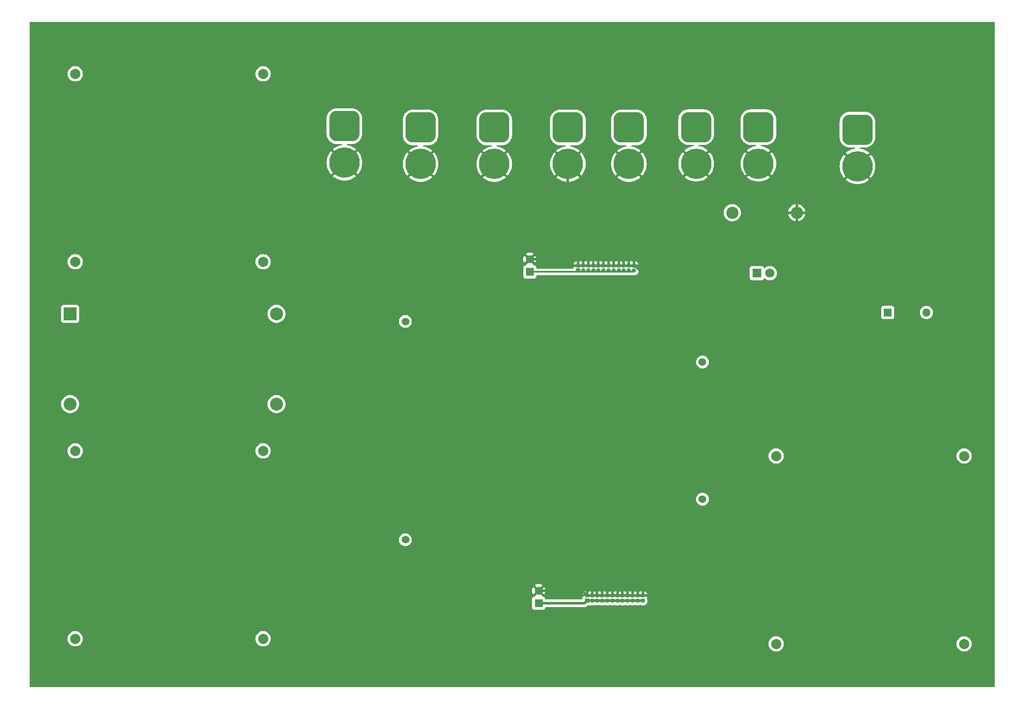
<source format=gbr>
%TF.GenerationSoftware,KiCad,Pcbnew,8.0.4*%
%TF.CreationDate,2025-03-28T11:12:59+01:00*%
%TF.ProjectId,final_agv_pdb,66696e61-6c5f-4616-9776-5f7064622e6b,rev?*%
%TF.SameCoordinates,Original*%
%TF.FileFunction,Copper,L1,Top*%
%TF.FilePolarity,Positive*%
%FSLAX46Y46*%
G04 Gerber Fmt 4.6, Leading zero omitted, Abs format (unit mm)*
G04 Created by KiCad (PCBNEW 8.0.4) date 2025-03-28 11:12:59*
%MOMM*%
%LPD*%
G01*
G04 APERTURE LIST*
G04 Aperture macros list*
%AMRoundRect*
0 Rectangle with rounded corners*
0 $1 Rounding radius*
0 $2 $3 $4 $5 $6 $7 $8 $9 X,Y pos of 4 corners*
0 Add a 4 corners polygon primitive as box body*
4,1,4,$2,$3,$4,$5,$6,$7,$8,$9,$2,$3,0*
0 Add four circle primitives for the rounded corners*
1,1,$1+$1,$2,$3*
1,1,$1+$1,$4,$5*
1,1,$1+$1,$6,$7*
1,1,$1+$1,$8,$9*
0 Add four rect primitives between the rounded corners*
20,1,$1+$1,$2,$3,$4,$5,0*
20,1,$1+$1,$4,$5,$6,$7,0*
20,1,$1+$1,$6,$7,$8,$9,0*
20,1,$1+$1,$8,$9,$2,$3,0*%
G04 Aperture macros list end*
%TA.AperFunction,ComponentPad*%
%ADD10R,1.600000X1.600000*%
%TD*%
%TA.AperFunction,ComponentPad*%
%ADD11O,1.600000X1.600000*%
%TD*%
%TA.AperFunction,ComponentPad*%
%ADD12RoundRect,1.500000X-1.500000X1.500000X-1.500000X-1.500000X1.500000X-1.500000X1.500000X1.500000X0*%
%TD*%
%TA.AperFunction,ComponentPad*%
%ADD13C,6.000000*%
%TD*%
%TA.AperFunction,ComponentPad*%
%ADD14C,1.600000*%
%TD*%
%TA.AperFunction,ComponentPad*%
%ADD15R,2.540000X2.540000*%
%TD*%
%TA.AperFunction,ComponentPad*%
%ADD16C,2.540000*%
%TD*%
%TA.AperFunction,ComponentPad*%
%ADD17R,0.850000X0.850000*%
%TD*%
%TA.AperFunction,ComponentPad*%
%ADD18O,0.850000X0.850000*%
%TD*%
%TA.AperFunction,ComponentPad*%
%ADD19C,2.400000*%
%TD*%
%TA.AperFunction,ComponentPad*%
%ADD20O,2.400000X2.400000*%
%TD*%
%TA.AperFunction,ComponentPad*%
%ADD21C,2.000000*%
%TD*%
%TA.AperFunction,ComponentPad*%
%ADD22R,1.800000X1.800000*%
%TD*%
%TA.AperFunction,ComponentPad*%
%ADD23C,1.800000*%
%TD*%
%TA.AperFunction,ComponentPad*%
%ADD24C,1.524000*%
%TD*%
%TA.AperFunction,ViaPad*%
%ADD25C,0.600000*%
%TD*%
%TA.AperFunction,Conductor*%
%ADD26C,0.500000*%
%TD*%
%TA.AperFunction,Conductor*%
%ADD27C,0.300000*%
%TD*%
%TA.AperFunction,Conductor*%
%ADD28C,2.000000*%
%TD*%
G04 APERTURE END LIST*
D10*
%TO.P,SW1,1,A*%
%TO.N,/VCC*%
X237955000Y-87250000D03*
D11*
%TO.P,SW1,2,B*%
X245575000Y-87250000D03*
%TD*%
D12*
%TO.P,J2,1,Pin_1*%
%TO.N,/VCC*%
X146000000Y-50800000D03*
D13*
%TO.P,J2,2,Pin_2*%
%TO.N,/GND*%
X146000000Y-58000000D03*
%TD*%
D10*
%TO.P,C1,1*%
%TO.N,/5V*%
X167500000Y-79250000D03*
D14*
%TO.P,C1,2*%
%TO.N,/GND*%
X167500000Y-76750000D03*
%TD*%
D12*
%TO.P,J3,1,Pin_1*%
%TO.N,/VCC*%
X160500000Y-50800000D03*
D13*
%TO.P,J3,2,Pin_2*%
%TO.N,/GND*%
X160500000Y-58000000D03*
%TD*%
D12*
%TO.P,J7,1,Pin_1*%
%TO.N,/VCC*%
X212500000Y-50750000D03*
D13*
%TO.P,J7,2,Pin_2*%
%TO.N,/GND*%
X212500000Y-57950000D03*
%TD*%
D15*
%TO.P,LM2596,1*%
%TO.N,N/C*%
X77000000Y-87500000D03*
D16*
%TO.P,LM2596,2*%
X77000000Y-105280000D03*
%TO.P,LM2596,3*%
X117640000Y-105280000D03*
%TO.P,LM2596,4*%
X117640000Y-87500000D03*
%TD*%
D12*
%TO.P,J4,1,Pin_1*%
%TO.N,/VCC*%
X175000000Y-50800000D03*
D13*
%TO.P,J4,2,Pin_2*%
%TO.N,/GND*%
X175000000Y-58000000D03*
%TD*%
D12*
%TO.P,J5,1,Pin_1*%
%TO.N,/VCC*%
X187000000Y-50800000D03*
D13*
%TO.P,J5,2,Pin_2*%
%TO.N,/GND*%
X187000000Y-58000000D03*
%TD*%
D17*
%TO.P,J9,1,Pin_1*%
%TO.N,/3.3V*%
X178750000Y-144000000D03*
D18*
%TO.P,J9,2,Pin_2*%
%TO.N,/GND*%
X178750000Y-143000000D03*
%TO.P,J9,3,Pin_3*%
%TO.N,/3.3V*%
X179750000Y-144000000D03*
%TO.P,J9,4,Pin_4*%
%TO.N,/GND*%
X179750000Y-143000000D03*
%TO.P,J9,5,Pin_5*%
%TO.N,/3.3V*%
X180750000Y-144000000D03*
%TO.P,J9,6,Pin_6*%
%TO.N,/GND*%
X180750000Y-143000000D03*
%TO.P,J9,7,Pin_7*%
%TO.N,/3.3V*%
X181750000Y-144000000D03*
%TO.P,J9,8,Pin_8*%
%TO.N,/GND*%
X181750000Y-143000000D03*
%TO.P,J9,9,Pin_9*%
%TO.N,/3.3V*%
X182750000Y-144000000D03*
%TO.P,J9,10,Pin_10*%
%TO.N,/GND*%
X182750000Y-143000000D03*
%TO.P,J9,11,Pin_11*%
%TO.N,/3.3V*%
X183750000Y-144000000D03*
%TO.P,J9,12,Pin_12*%
%TO.N,/GND*%
X183750000Y-143000000D03*
%TO.P,J9,13,Pin_13*%
%TO.N,/3.3V*%
X184750000Y-144000000D03*
%TO.P,J9,14,Pin_14*%
%TO.N,/GND*%
X184750000Y-143000000D03*
%TO.P,J9,15,Pin_15*%
%TO.N,/3.3V*%
X185750000Y-144000000D03*
%TO.P,J9,16,Pin_16*%
%TO.N,/GND*%
X185750000Y-143000000D03*
%TO.P,J9,17,Pin_17*%
%TO.N,/3.3V*%
X186750000Y-144000000D03*
%TO.P,J9,18,Pin_18*%
%TO.N,/GND*%
X186750000Y-143000000D03*
%TO.P,J9,19,Pin_19*%
%TO.N,/3.3V*%
X187750000Y-144000000D03*
%TO.P,J9,20,Pin_20*%
%TO.N,/GND*%
X187750000Y-143000000D03*
%TO.P,J9,21,Pin_21*%
%TO.N,/3.3V*%
X188750000Y-144000000D03*
%TO.P,J9,22,Pin_22*%
%TO.N,/GND*%
X188750000Y-143000000D03*
%TO.P,J9,23,Pin_23*%
%TO.N,/3.3V*%
X189750000Y-144000000D03*
%TO.P,J9,24,Pin_24*%
%TO.N,/GND*%
X189750000Y-143000000D03*
%TD*%
D19*
%TO.P,R1,1*%
%TO.N,/L*%
X207360000Y-67590000D03*
D20*
%TO.P,R1,2*%
%TO.N,/GND*%
X220060000Y-67590000D03*
%TD*%
D12*
%TO.P,J1,1,Pin_1*%
%TO.N,/VCC*%
X131000000Y-50550000D03*
D13*
%TO.P,J1,2,Pin_2*%
%TO.N,/GND*%
X131000000Y-57750000D03*
%TD*%
D21*
%TO.P,REF\u002A\u002A,1*%
%TO.N,N/C*%
X253000000Y-115500000D03*
%TO.P,REF\u002A\u002A,2*%
X216000000Y-115500000D03*
%TO.P,REF\u002A\u002A,3*%
X216000000Y-152500000D03*
%TO.P,REF\u002A\u002A,4*%
X253000000Y-152500000D03*
%TD*%
D22*
%TO.P,D1,1,K*%
%TO.N,/L*%
X212210000Y-79500000D03*
D23*
%TO.P,D1,2,A*%
%TO.N,/VCC*%
X214750000Y-79500000D03*
%TD*%
D10*
%TO.P,C2,1*%
%TO.N,/3.3V*%
X169250000Y-144500000D03*
D14*
%TO.P,C2,2*%
%TO.N,/GND*%
X169250000Y-142000000D03*
%TD*%
D21*
%TO.P,REF\u002A\u002A,1*%
%TO.N,N/C*%
X115000000Y-114500000D03*
%TO.P,REF\u002A\u002A,2*%
X78000000Y-114500000D03*
%TO.P,REF\u002A\u002A,3*%
X78000000Y-151500000D03*
%TO.P,REF\u002A\u002A,4*%
X115000000Y-151500000D03*
%TD*%
%TO.P,REF\u002A\u002A,1*%
%TO.N,N/C*%
X115000000Y-40250000D03*
%TO.P,REF\u002A\u002A,2*%
X78000000Y-40250000D03*
%TO.P,REF\u002A\u002A,3*%
X78000000Y-77250000D03*
%TO.P,REF\u002A\u002A,4*%
X115000000Y-77250000D03*
%TD*%
D12*
%TO.P,BATTERY,1,+*%
%TO.N,/VCC*%
X232000000Y-51250000D03*
D13*
%TO.P,BATTERY,2,-*%
%TO.N,/GND*%
X232000000Y-58450000D03*
%TD*%
D17*
%TO.P,5V,1,Pin_1*%
%TO.N,/5V*%
X177000000Y-79000000D03*
D18*
%TO.P,5V,2,Pin_2*%
%TO.N,/GND*%
X177000000Y-78000000D03*
%TO.P,5V,3,Pin_3*%
%TO.N,/5V*%
X178000000Y-79000000D03*
%TO.P,5V,4,Pin_4*%
%TO.N,/GND*%
X178000000Y-78000000D03*
%TO.P,5V,5,Pin_5*%
%TO.N,/5V*%
X179000000Y-79000000D03*
%TO.P,5V,6,Pin_6*%
%TO.N,/GND*%
X179000000Y-78000000D03*
%TO.P,5V,7,Pin_7*%
%TO.N,/5V*%
X180000000Y-79000000D03*
%TO.P,5V,8,Pin_8*%
%TO.N,/GND*%
X180000000Y-78000000D03*
%TO.P,5V,9,Pin_9*%
%TO.N,/5V*%
X181000000Y-79000000D03*
%TO.P,5V,10,Pin_10*%
%TO.N,/GND*%
X181000000Y-78000000D03*
%TO.P,5V,11,Pin_11*%
%TO.N,/5V*%
X182000000Y-79000000D03*
%TO.P,5V,12,Pin_12*%
%TO.N,/GND*%
X182000000Y-78000000D03*
%TO.P,5V,13,Pin_13*%
%TO.N,/5V*%
X183000000Y-79000000D03*
%TO.P,5V,14,Pin_14*%
%TO.N,/GND*%
X183000000Y-78000000D03*
%TO.P,5V,15,Pin_15*%
%TO.N,/5V*%
X184000000Y-79000000D03*
%TO.P,5V,16,Pin_16*%
%TO.N,/GND*%
X184000000Y-78000000D03*
%TO.P,5V,17,Pin_17*%
%TO.N,/5V*%
X185000000Y-79000000D03*
%TO.P,5V,18,Pin_18*%
%TO.N,/GND*%
X185000000Y-78000000D03*
%TO.P,5V,19,Pin_19*%
%TO.N,/5V*%
X186000000Y-79000000D03*
%TO.P,5V,20,Pin_20*%
%TO.N,/GND*%
X186000000Y-78000000D03*
%TO.P,5V,21,Pin_21*%
%TO.N,/5V*%
X187000000Y-79000000D03*
%TO.P,5V,22,Pin_22*%
%TO.N,/GND*%
X187000000Y-78000000D03*
%TO.P,5V,23,Pin_23*%
%TO.N,/5V*%
X188000000Y-79000000D03*
%TO.P,5V,24,Pin_24*%
%TO.N,/GND*%
X188000000Y-78000000D03*
%TD*%
D24*
%TO.P,REF\u002A\u002A,1*%
%TO.N,N/C*%
X143000000Y-89000000D03*
%TO.P,REF\u002A\u002A,2*%
X143000000Y-132000000D03*
%TO.P,REF\u002A\u002A,3*%
X201500000Y-124000000D03*
%TO.P,REF\u002A\u002A,4*%
X201500000Y-97000000D03*
%TD*%
D12*
%TO.P,J6,1,Pin_1*%
%TO.N,/VCC*%
X200250000Y-50750000D03*
D13*
%TO.P,J6,2,Pin_2*%
%TO.N,/GND*%
X200250000Y-57950000D03*
%TD*%
D25*
%TO.N,/GND*%
X189500000Y-82500000D03*
%TD*%
D26*
%TO.N,/GND*%
X175250000Y-78000000D02*
X177000000Y-78000000D01*
X173750000Y-76750000D02*
X174000000Y-76750000D01*
X167500000Y-76750000D02*
X173750000Y-76750000D01*
X175000000Y-64000000D02*
X175000000Y-58000000D01*
X178750000Y-143000000D02*
X189750000Y-143000000D01*
X169250000Y-142000000D02*
X177750000Y-142000000D01*
X189500000Y-79333273D02*
X189500000Y-82500000D01*
X188166727Y-78000000D02*
X189500000Y-79333273D01*
X173750000Y-76750000D02*
X173750000Y-65250000D01*
X173750000Y-65250000D02*
X175000000Y-64000000D01*
X188000000Y-78000000D02*
X177000000Y-78000000D01*
X189500000Y-82500000D02*
X189500000Y-82250000D01*
X177750000Y-142000000D02*
X178750000Y-143000000D01*
X174000000Y-76750000D02*
X175250000Y-78000000D01*
X178000000Y-78000000D02*
X188166727Y-78000000D01*
D27*
%TO.N,/5V*%
X167500000Y-79250000D02*
X187750000Y-79250000D01*
X187750000Y-79250000D02*
X188000000Y-79000000D01*
D26*
%TO.N,/3.3V*%
X178250000Y-144500000D02*
X178750000Y-144000000D01*
X169250000Y-144500000D02*
X178250000Y-144500000D01*
X178750000Y-144000000D02*
X189750000Y-144000000D01*
D28*
%TO.N,/VCC*%
X131250000Y-50800000D02*
X131000000Y-50550000D01*
%TD*%
%TA.AperFunction,Conductor*%
%TO.N,/GND*%
G36*
X258942539Y-30020185D02*
G01*
X258988294Y-30072989D01*
X258999500Y-30124500D01*
X258999500Y-160875500D01*
X258979815Y-160942539D01*
X258927011Y-160988294D01*
X258875500Y-160999500D01*
X69124500Y-160999500D01*
X69057461Y-160979815D01*
X69011706Y-160927011D01*
X69000500Y-160875500D01*
X69000500Y-151499994D01*
X76494357Y-151499994D01*
X76494357Y-151500005D01*
X76514890Y-151747812D01*
X76514892Y-151747824D01*
X76575936Y-151988881D01*
X76675826Y-152216606D01*
X76811833Y-152424782D01*
X76811836Y-152424785D01*
X76980256Y-152607738D01*
X77176491Y-152760474D01*
X77395190Y-152878828D01*
X77630386Y-152959571D01*
X77875665Y-153000500D01*
X78124335Y-153000500D01*
X78369614Y-152959571D01*
X78604810Y-152878828D01*
X78823509Y-152760474D01*
X79019744Y-152607738D01*
X79188164Y-152424785D01*
X79324173Y-152216607D01*
X79424063Y-151988881D01*
X79485108Y-151747821D01*
X79485109Y-151747812D01*
X79505643Y-151500005D01*
X79505643Y-151499994D01*
X113494357Y-151499994D01*
X113494357Y-151500005D01*
X113514890Y-151747812D01*
X113514892Y-151747824D01*
X113575936Y-151988881D01*
X113675826Y-152216606D01*
X113811833Y-152424782D01*
X113811836Y-152424785D01*
X113980256Y-152607738D01*
X114176491Y-152760474D01*
X114395190Y-152878828D01*
X114630386Y-152959571D01*
X114875665Y-153000500D01*
X115124335Y-153000500D01*
X115369614Y-152959571D01*
X115604810Y-152878828D01*
X115823509Y-152760474D01*
X116019744Y-152607738D01*
X116118929Y-152499994D01*
X214494357Y-152499994D01*
X214494357Y-152500005D01*
X214514890Y-152747812D01*
X214514892Y-152747824D01*
X214575936Y-152988881D01*
X214675826Y-153216606D01*
X214811833Y-153424782D01*
X214811836Y-153424785D01*
X214980256Y-153607738D01*
X215176491Y-153760474D01*
X215395190Y-153878828D01*
X215630386Y-153959571D01*
X215875665Y-154000500D01*
X216124335Y-154000500D01*
X216369614Y-153959571D01*
X216604810Y-153878828D01*
X216823509Y-153760474D01*
X217019744Y-153607738D01*
X217188164Y-153424785D01*
X217324173Y-153216607D01*
X217424063Y-152988881D01*
X217485108Y-152747821D01*
X217505643Y-152500000D01*
X217505643Y-152499994D01*
X251494357Y-152499994D01*
X251494357Y-152500005D01*
X251514890Y-152747812D01*
X251514892Y-152747824D01*
X251575936Y-152988881D01*
X251675826Y-153216606D01*
X251811833Y-153424782D01*
X251811836Y-153424785D01*
X251980256Y-153607738D01*
X252176491Y-153760474D01*
X252395190Y-153878828D01*
X252630386Y-153959571D01*
X252875665Y-154000500D01*
X253124335Y-154000500D01*
X253369614Y-153959571D01*
X253604810Y-153878828D01*
X253823509Y-153760474D01*
X254019744Y-153607738D01*
X254188164Y-153424785D01*
X254324173Y-153216607D01*
X254424063Y-152988881D01*
X254485108Y-152747821D01*
X254505643Y-152500000D01*
X254499410Y-152424782D01*
X254485109Y-152252187D01*
X254485107Y-152252175D01*
X254424063Y-152011118D01*
X254324173Y-151783393D01*
X254188166Y-151575217D01*
X254118928Y-151500005D01*
X254019744Y-151392262D01*
X253823509Y-151239526D01*
X253823507Y-151239525D01*
X253823506Y-151239524D01*
X253604811Y-151121172D01*
X253604802Y-151121169D01*
X253369616Y-151040429D01*
X253124335Y-150999500D01*
X252875665Y-150999500D01*
X252630383Y-151040429D01*
X252395197Y-151121169D01*
X252395188Y-151121172D01*
X252176493Y-151239524D01*
X251980257Y-151392261D01*
X251811833Y-151575217D01*
X251675826Y-151783393D01*
X251575936Y-152011118D01*
X251514892Y-152252175D01*
X251514890Y-152252187D01*
X251494357Y-152499994D01*
X217505643Y-152499994D01*
X217499410Y-152424782D01*
X217485109Y-152252187D01*
X217485107Y-152252175D01*
X217424063Y-152011118D01*
X217324173Y-151783393D01*
X217188166Y-151575217D01*
X217118928Y-151500005D01*
X217019744Y-151392262D01*
X216823509Y-151239526D01*
X216823507Y-151239525D01*
X216823506Y-151239524D01*
X216604811Y-151121172D01*
X216604802Y-151121169D01*
X216369616Y-151040429D01*
X216124335Y-150999500D01*
X215875665Y-150999500D01*
X215630383Y-151040429D01*
X215395197Y-151121169D01*
X215395188Y-151121172D01*
X215176493Y-151239524D01*
X214980257Y-151392261D01*
X214811833Y-151575217D01*
X214675826Y-151783393D01*
X214575936Y-152011118D01*
X214514892Y-152252175D01*
X214514890Y-152252187D01*
X214494357Y-152499994D01*
X116118929Y-152499994D01*
X116188164Y-152424785D01*
X116324173Y-152216607D01*
X116424063Y-151988881D01*
X116485108Y-151747821D01*
X116485109Y-151747812D01*
X116505643Y-151500005D01*
X116505643Y-151499994D01*
X116485109Y-151252187D01*
X116485107Y-151252175D01*
X116424063Y-151011118D01*
X116324173Y-150783393D01*
X116188166Y-150575217D01*
X116166557Y-150551744D01*
X116019744Y-150392262D01*
X115823509Y-150239526D01*
X115823507Y-150239525D01*
X115823506Y-150239524D01*
X115604811Y-150121172D01*
X115604802Y-150121169D01*
X115369616Y-150040429D01*
X115124335Y-149999500D01*
X114875665Y-149999500D01*
X114630383Y-150040429D01*
X114395197Y-150121169D01*
X114395188Y-150121172D01*
X114176493Y-150239524D01*
X113980257Y-150392261D01*
X113811833Y-150575217D01*
X113675826Y-150783393D01*
X113575936Y-151011118D01*
X113514892Y-151252175D01*
X113514890Y-151252187D01*
X113494357Y-151499994D01*
X79505643Y-151499994D01*
X79485109Y-151252187D01*
X79485107Y-151252175D01*
X79424063Y-151011118D01*
X79324173Y-150783393D01*
X79188166Y-150575217D01*
X79166557Y-150551744D01*
X79019744Y-150392262D01*
X78823509Y-150239526D01*
X78823507Y-150239525D01*
X78823506Y-150239524D01*
X78604811Y-150121172D01*
X78604802Y-150121169D01*
X78369616Y-150040429D01*
X78124335Y-149999500D01*
X77875665Y-149999500D01*
X77630383Y-150040429D01*
X77395197Y-150121169D01*
X77395188Y-150121172D01*
X77176493Y-150239524D01*
X76980257Y-150392261D01*
X76811833Y-150575217D01*
X76675826Y-150783393D01*
X76575936Y-151011118D01*
X76514892Y-151252175D01*
X76514890Y-151252187D01*
X76494357Y-151499994D01*
X69000500Y-151499994D01*
X69000500Y-141999997D01*
X167945034Y-141999997D01*
X167945034Y-142000002D01*
X167964858Y-142226599D01*
X167964860Y-142226610D01*
X168023730Y-142446317D01*
X168023735Y-142446331D01*
X168119863Y-142652478D01*
X168170974Y-142725472D01*
X168850000Y-142046446D01*
X168850000Y-142052661D01*
X168877259Y-142154394D01*
X168929920Y-142245606D01*
X169004394Y-142320080D01*
X169095606Y-142372741D01*
X169197339Y-142400000D01*
X169203553Y-142400000D01*
X168519352Y-143084199D01*
X168509506Y-143133194D01*
X168460890Y-143183377D01*
X168405367Y-143198049D01*
X168405423Y-143199099D01*
X168405429Y-143199146D01*
X168405426Y-143199146D01*
X168405436Y-143199324D01*
X168402123Y-143199501D01*
X168342516Y-143205908D01*
X168207671Y-143256202D01*
X168207664Y-143256206D01*
X168092455Y-143342452D01*
X168092452Y-143342455D01*
X168006206Y-143457664D01*
X168006202Y-143457671D01*
X167955908Y-143592517D01*
X167949501Y-143652116D01*
X167949500Y-143652135D01*
X167949500Y-145347870D01*
X167949501Y-145347876D01*
X167955908Y-145407483D01*
X168006202Y-145542328D01*
X168006206Y-145542335D01*
X168092452Y-145657544D01*
X168092455Y-145657547D01*
X168207664Y-145743793D01*
X168207671Y-145743797D01*
X168342517Y-145794091D01*
X168342516Y-145794091D01*
X168349444Y-145794835D01*
X168402127Y-145800500D01*
X170097872Y-145800499D01*
X170157483Y-145794091D01*
X170292331Y-145743796D01*
X170407546Y-145657546D01*
X170493796Y-145542331D01*
X170544091Y-145407483D01*
X170549062Y-145361242D01*
X170575799Y-145296694D01*
X170633191Y-145256846D01*
X170672351Y-145250500D01*
X178323920Y-145250500D01*
X178421462Y-145231096D01*
X178468913Y-145221658D01*
X178605495Y-145165084D01*
X178654729Y-145132186D01*
X178728416Y-145082952D01*
X178849549Y-144961817D01*
X178910872Y-144928333D01*
X178937231Y-144925499D01*
X179222871Y-144925499D01*
X179222872Y-144925499D01*
X179282483Y-144919091D01*
X179374530Y-144884759D01*
X179444218Y-144879776D01*
X179456039Y-144883678D01*
X179456246Y-144883042D01*
X179462426Y-144885049D01*
X179462429Y-144885051D01*
X179652726Y-144925500D01*
X179847274Y-144925500D01*
X180037566Y-144885052D01*
X180037565Y-144885052D01*
X180037571Y-144885051D01*
X180199569Y-144812925D01*
X180268815Y-144803642D01*
X180300425Y-144812922D01*
X180462429Y-144885051D01*
X180462432Y-144885051D01*
X180462433Y-144885052D01*
X180652726Y-144925500D01*
X180847274Y-144925500D01*
X181037566Y-144885052D01*
X181037565Y-144885052D01*
X181037571Y-144885051D01*
X181199569Y-144812925D01*
X181268815Y-144803642D01*
X181300425Y-144812922D01*
X181462429Y-144885051D01*
X181462432Y-144885051D01*
X181462433Y-144885052D01*
X181652726Y-144925500D01*
X181847274Y-144925500D01*
X182037566Y-144885052D01*
X182037565Y-144885052D01*
X182037571Y-144885051D01*
X182199569Y-144812925D01*
X182268815Y-144803642D01*
X182300425Y-144812922D01*
X182462429Y-144885051D01*
X182462432Y-144885051D01*
X182462433Y-144885052D01*
X182652726Y-144925500D01*
X182847274Y-144925500D01*
X183037566Y-144885052D01*
X183037565Y-144885052D01*
X183037571Y-144885051D01*
X183199569Y-144812925D01*
X183268815Y-144803642D01*
X183300425Y-144812922D01*
X183462429Y-144885051D01*
X183462432Y-144885051D01*
X183462433Y-144885052D01*
X183652726Y-144925500D01*
X183847274Y-144925500D01*
X184037566Y-144885052D01*
X184037565Y-144885052D01*
X184037571Y-144885051D01*
X184199569Y-144812925D01*
X184268815Y-144803642D01*
X184300425Y-144812922D01*
X184462429Y-144885051D01*
X184462432Y-144885051D01*
X184462433Y-144885052D01*
X184652726Y-144925500D01*
X184847274Y-144925500D01*
X185037566Y-144885052D01*
X185037565Y-144885052D01*
X185037571Y-144885051D01*
X185199569Y-144812925D01*
X185268815Y-144803642D01*
X185300425Y-144812922D01*
X185462429Y-144885051D01*
X185462432Y-144885051D01*
X185462433Y-144885052D01*
X185652726Y-144925500D01*
X185847274Y-144925500D01*
X186037566Y-144885052D01*
X186037565Y-144885052D01*
X186037571Y-144885051D01*
X186199569Y-144812925D01*
X186268815Y-144803642D01*
X186300425Y-144812922D01*
X186462429Y-144885051D01*
X186462432Y-144885051D01*
X186462433Y-144885052D01*
X186652726Y-144925500D01*
X186847274Y-144925500D01*
X187037566Y-144885052D01*
X187037565Y-144885052D01*
X187037571Y-144885051D01*
X187199569Y-144812925D01*
X187268815Y-144803642D01*
X187300425Y-144812922D01*
X187462429Y-144885051D01*
X187462432Y-144885051D01*
X187462433Y-144885052D01*
X187652726Y-144925500D01*
X187847274Y-144925500D01*
X188037566Y-144885052D01*
X188037565Y-144885052D01*
X188037571Y-144885051D01*
X188199569Y-144812925D01*
X188268815Y-144803642D01*
X188300425Y-144812922D01*
X188462429Y-144885051D01*
X188462432Y-144885051D01*
X188462433Y-144885052D01*
X188652726Y-144925500D01*
X188847274Y-144925500D01*
X189037566Y-144885052D01*
X189037565Y-144885052D01*
X189037571Y-144885051D01*
X189199569Y-144812925D01*
X189268815Y-144803642D01*
X189300425Y-144812922D01*
X189462429Y-144885051D01*
X189462432Y-144885051D01*
X189462433Y-144885052D01*
X189652726Y-144925500D01*
X189847274Y-144925500D01*
X190037571Y-144885051D01*
X190215299Y-144805922D01*
X190372692Y-144691569D01*
X190502870Y-144546992D01*
X190600144Y-144378508D01*
X190660262Y-144193482D01*
X190680598Y-144000000D01*
X190660262Y-143806518D01*
X190600144Y-143621492D01*
X190565506Y-143561498D01*
X190549034Y-143493598D01*
X190565508Y-143437498D01*
X190599680Y-143378310D01*
X190599684Y-143378301D01*
X190641372Y-143250000D01*
X190332559Y-143250000D01*
X190265520Y-143230315D01*
X190259673Y-143226318D01*
X190215297Y-143194076D01*
X190064663Y-143127011D01*
X190037571Y-143114949D01*
X190037569Y-143114948D01*
X189978211Y-143102331D01*
X190000000Y-143049728D01*
X190000000Y-142950272D01*
X189961940Y-142858386D01*
X189891614Y-142788060D01*
X189799728Y-142750000D01*
X190000000Y-142750000D01*
X190641372Y-142750000D01*
X190641371Y-142749999D01*
X190599683Y-142621693D01*
X190599682Y-142621692D01*
X190502463Y-142453305D01*
X190502464Y-142453305D01*
X190372360Y-142308809D01*
X190372357Y-142308807D01*
X190215051Y-142194516D01*
X190037412Y-142115426D01*
X190000000Y-142107473D01*
X190000000Y-142750000D01*
X189799728Y-142750000D01*
X189700272Y-142750000D01*
X189608386Y-142788060D01*
X189538060Y-142858386D01*
X189500000Y-142950272D01*
X189500000Y-143049728D01*
X189521788Y-143102331D01*
X189462430Y-143114948D01*
X189462427Y-143114949D01*
X189300434Y-143187072D01*
X189231184Y-143196356D01*
X189199566Y-143187072D01*
X189037572Y-143114949D01*
X189037569Y-143114948D01*
X188978211Y-143102331D01*
X189000000Y-143049728D01*
X189000000Y-142950272D01*
X188961940Y-142858386D01*
X188891614Y-142788060D01*
X188799728Y-142750000D01*
X188700272Y-142750000D01*
X188608386Y-142788060D01*
X188538060Y-142858386D01*
X188500000Y-142950272D01*
X188500000Y-143049728D01*
X188521788Y-143102331D01*
X188462430Y-143114948D01*
X188462427Y-143114949D01*
X188300434Y-143187072D01*
X188231184Y-143196356D01*
X188199566Y-143187072D01*
X188037572Y-143114949D01*
X188037569Y-143114948D01*
X187978211Y-143102331D01*
X188000000Y-143049728D01*
X188000000Y-142950272D01*
X187961940Y-142858386D01*
X187891614Y-142788060D01*
X187799728Y-142750000D01*
X187700272Y-142750000D01*
X187608386Y-142788060D01*
X187538060Y-142858386D01*
X187500000Y-142950272D01*
X187500000Y-143049728D01*
X187521788Y-143102331D01*
X187462430Y-143114948D01*
X187462427Y-143114949D01*
X187300434Y-143187072D01*
X187231184Y-143196356D01*
X187199566Y-143187072D01*
X187037572Y-143114949D01*
X187037569Y-143114948D01*
X186978211Y-143102331D01*
X187000000Y-143049728D01*
X187000000Y-142950272D01*
X186961940Y-142858386D01*
X186891614Y-142788060D01*
X186799728Y-142750000D01*
X186700272Y-142750000D01*
X186608386Y-142788060D01*
X186538060Y-142858386D01*
X186500000Y-142950272D01*
X186500000Y-143049728D01*
X186521788Y-143102331D01*
X186462430Y-143114948D01*
X186462427Y-143114949D01*
X186300434Y-143187072D01*
X186231184Y-143196356D01*
X186199566Y-143187072D01*
X186037572Y-143114949D01*
X186037569Y-143114948D01*
X185978211Y-143102331D01*
X186000000Y-143049728D01*
X186000000Y-142950272D01*
X185961940Y-142858386D01*
X185891614Y-142788060D01*
X185799728Y-142750000D01*
X185700272Y-142750000D01*
X185608386Y-142788060D01*
X185538060Y-142858386D01*
X185500000Y-142950272D01*
X185500000Y-143049728D01*
X185521788Y-143102331D01*
X185462430Y-143114948D01*
X185462427Y-143114949D01*
X185300434Y-143187072D01*
X185231184Y-143196356D01*
X185199566Y-143187072D01*
X185037572Y-143114949D01*
X185037569Y-143114948D01*
X184978211Y-143102331D01*
X185000000Y-143049728D01*
X185000000Y-142950272D01*
X184961940Y-142858386D01*
X184891614Y-142788060D01*
X184799728Y-142750000D01*
X184700272Y-142750000D01*
X184608386Y-142788060D01*
X184538060Y-142858386D01*
X184500000Y-142950272D01*
X184500000Y-143049728D01*
X184521788Y-143102331D01*
X184462430Y-143114948D01*
X184462427Y-143114949D01*
X184300434Y-143187072D01*
X184231184Y-143196356D01*
X184199566Y-143187072D01*
X184037572Y-143114949D01*
X184037569Y-143114948D01*
X183978211Y-143102331D01*
X184000000Y-143049728D01*
X184000000Y-142950272D01*
X183961940Y-142858386D01*
X183891614Y-142788060D01*
X183799728Y-142750000D01*
X183700272Y-142750000D01*
X183608386Y-142788060D01*
X183538060Y-142858386D01*
X183500000Y-142950272D01*
X183500000Y-143049728D01*
X183521788Y-143102331D01*
X183462430Y-143114948D01*
X183462427Y-143114949D01*
X183300434Y-143187072D01*
X183231184Y-143196356D01*
X183199566Y-143187072D01*
X183037572Y-143114949D01*
X183037569Y-143114948D01*
X182978211Y-143102331D01*
X183000000Y-143049728D01*
X183000000Y-142950272D01*
X182961940Y-142858386D01*
X182891614Y-142788060D01*
X182799728Y-142750000D01*
X182700272Y-142750000D01*
X182608386Y-142788060D01*
X182538060Y-142858386D01*
X182500000Y-142950272D01*
X182500000Y-143049728D01*
X182521788Y-143102331D01*
X182462430Y-143114948D01*
X182462427Y-143114949D01*
X182300434Y-143187072D01*
X182231184Y-143196356D01*
X182199566Y-143187072D01*
X182037572Y-143114949D01*
X182037569Y-143114948D01*
X181978211Y-143102331D01*
X182000000Y-143049728D01*
X182000000Y-142950272D01*
X181961940Y-142858386D01*
X181891614Y-142788060D01*
X181799728Y-142750000D01*
X181700272Y-142750000D01*
X181608386Y-142788060D01*
X181538060Y-142858386D01*
X181500000Y-142950272D01*
X181500000Y-143049728D01*
X181521788Y-143102331D01*
X181462430Y-143114948D01*
X181462427Y-143114949D01*
X181300434Y-143187072D01*
X181231184Y-143196356D01*
X181199566Y-143187072D01*
X181037572Y-143114949D01*
X181037569Y-143114948D01*
X180978211Y-143102331D01*
X181000000Y-143049728D01*
X181000000Y-142950272D01*
X180961940Y-142858386D01*
X180891614Y-142788060D01*
X180799728Y-142750000D01*
X180700272Y-142750000D01*
X180608386Y-142788060D01*
X180538060Y-142858386D01*
X180500000Y-142950272D01*
X180500000Y-143049728D01*
X180521788Y-143102331D01*
X180462430Y-143114948D01*
X180462427Y-143114949D01*
X180300434Y-143187072D01*
X180231184Y-143196356D01*
X180199566Y-143187072D01*
X180037572Y-143114949D01*
X180037569Y-143114948D01*
X179978211Y-143102331D01*
X180000000Y-143049728D01*
X180000000Y-142950272D01*
X179961940Y-142858386D01*
X179891614Y-142788060D01*
X179799728Y-142750000D01*
X179700272Y-142750000D01*
X179608386Y-142788060D01*
X179538060Y-142858386D01*
X179500000Y-142950272D01*
X179500000Y-143049728D01*
X179521788Y-143102330D01*
X179462429Y-143114948D01*
X179456245Y-143116958D01*
X179455349Y-143114201D01*
X179398341Y-143121511D01*
X179374527Y-143115239D01*
X179282482Y-143080908D01*
X179282483Y-143080908D01*
X179222883Y-143074501D01*
X179222881Y-143074500D01*
X179222873Y-143074500D01*
X179222864Y-143074500D01*
X178989739Y-143074500D01*
X179000000Y-143049728D01*
X179000000Y-142950272D01*
X178961940Y-142858386D01*
X178891614Y-142788060D01*
X178799728Y-142750000D01*
X178700272Y-142750000D01*
X178608386Y-142788060D01*
X178538060Y-142858386D01*
X178500000Y-142950272D01*
X178500000Y-143049728D01*
X178510261Y-143074500D01*
X178277129Y-143074500D01*
X178277123Y-143074501D01*
X178217516Y-143080908D01*
X178082671Y-143131202D01*
X178082664Y-143131206D01*
X177960355Y-143222768D01*
X177958680Y-143220531D01*
X177909904Y-143247166D01*
X177883546Y-143250000D01*
X177858628Y-143250000D01*
X177870129Y-143285399D01*
X177872124Y-143355240D01*
X177868380Y-143367048D01*
X177830909Y-143467514D01*
X177830908Y-143467516D01*
X177824501Y-143527116D01*
X177824500Y-143527135D01*
X177824500Y-143625500D01*
X177804815Y-143692539D01*
X177752011Y-143738294D01*
X177700500Y-143749500D01*
X170672351Y-143749500D01*
X170605312Y-143729815D01*
X170559557Y-143677011D01*
X170549061Y-143638752D01*
X170544091Y-143592516D01*
X170493797Y-143457671D01*
X170493793Y-143457664D01*
X170407547Y-143342455D01*
X170407544Y-143342452D01*
X170292335Y-143256206D01*
X170292328Y-143256202D01*
X170157482Y-143205908D01*
X170157483Y-143205908D01*
X170097883Y-143199501D01*
X170097881Y-143199500D01*
X170097873Y-143199500D01*
X170097864Y-143199500D01*
X170094548Y-143199322D01*
X170094627Y-143197847D01*
X170033215Y-143179815D01*
X169987460Y-143127011D01*
X169979969Y-143083522D01*
X169646446Y-142749999D01*
X177858628Y-142749999D01*
X177858628Y-142750000D01*
X178500000Y-142750000D01*
X178500000Y-142107473D01*
X179000000Y-142107473D01*
X179000000Y-142750000D01*
X179500000Y-142750000D01*
X179500000Y-142107473D01*
X180000000Y-142107473D01*
X180000000Y-142750000D01*
X180500000Y-142750000D01*
X180500000Y-142107473D01*
X181000000Y-142107473D01*
X181000000Y-142750000D01*
X181500000Y-142750000D01*
X181500000Y-142107473D01*
X182000000Y-142107473D01*
X182000000Y-142750000D01*
X182500000Y-142750000D01*
X182500000Y-142107473D01*
X183000000Y-142107473D01*
X183000000Y-142750000D01*
X183500000Y-142750000D01*
X183500000Y-142107473D01*
X184000000Y-142107473D01*
X184000000Y-142750000D01*
X184500000Y-142750000D01*
X184500000Y-142107473D01*
X185000000Y-142107473D01*
X185000000Y-142750000D01*
X185500000Y-142750000D01*
X185500000Y-142107473D01*
X186000000Y-142107473D01*
X186000000Y-142750000D01*
X186500000Y-142750000D01*
X186500000Y-142107473D01*
X187000000Y-142107473D01*
X187000000Y-142750000D01*
X187500000Y-142750000D01*
X187500000Y-142107473D01*
X188000000Y-142107473D01*
X188000000Y-142750000D01*
X188500000Y-142750000D01*
X188500000Y-142107473D01*
X189000000Y-142107473D01*
X189000000Y-142750000D01*
X189500000Y-142750000D01*
X189500000Y-142107473D01*
X189462585Y-142115426D01*
X189462584Y-142115426D01*
X189300435Y-142187620D01*
X189231185Y-142196904D01*
X189199565Y-142187620D01*
X189037414Y-142115426D01*
X189000000Y-142107473D01*
X188500000Y-142107473D01*
X188462585Y-142115426D01*
X188462584Y-142115426D01*
X188300435Y-142187620D01*
X188231185Y-142196904D01*
X188199565Y-142187620D01*
X188037414Y-142115426D01*
X188000000Y-142107473D01*
X187500000Y-142107473D01*
X187462585Y-142115426D01*
X187462584Y-142115426D01*
X187300435Y-142187620D01*
X187231185Y-142196904D01*
X187199565Y-142187620D01*
X187037414Y-142115426D01*
X187000000Y-142107473D01*
X186500000Y-142107473D01*
X186462585Y-142115426D01*
X186462584Y-142115426D01*
X186300435Y-142187620D01*
X186231185Y-142196904D01*
X186199565Y-142187620D01*
X186037414Y-142115426D01*
X186000000Y-142107473D01*
X185500000Y-142107473D01*
X185462585Y-142115426D01*
X185462584Y-142115426D01*
X185300435Y-142187620D01*
X185231185Y-142196904D01*
X185199565Y-142187620D01*
X185037414Y-142115426D01*
X185000000Y-142107473D01*
X184500000Y-142107473D01*
X184462585Y-142115426D01*
X184462584Y-142115426D01*
X184300435Y-142187620D01*
X184231185Y-142196904D01*
X184199565Y-142187620D01*
X184037414Y-142115426D01*
X184000000Y-142107473D01*
X183500000Y-142107473D01*
X183462585Y-142115426D01*
X183462584Y-142115426D01*
X183300435Y-142187620D01*
X183231185Y-142196904D01*
X183199565Y-142187620D01*
X183037414Y-142115426D01*
X183000000Y-142107473D01*
X182500000Y-142107473D01*
X182462585Y-142115426D01*
X182462584Y-142115426D01*
X182300435Y-142187620D01*
X182231185Y-142196904D01*
X182199565Y-142187620D01*
X182037414Y-142115426D01*
X182000000Y-142107473D01*
X181500000Y-142107473D01*
X181462585Y-142115426D01*
X181462584Y-142115426D01*
X181300435Y-142187620D01*
X181231185Y-142196904D01*
X181199565Y-142187620D01*
X181037414Y-142115426D01*
X181000000Y-142107473D01*
X180500000Y-142107473D01*
X180462585Y-142115426D01*
X180462584Y-142115426D01*
X180300435Y-142187620D01*
X180231185Y-142196904D01*
X180199565Y-142187620D01*
X180037414Y-142115426D01*
X180000000Y-142107473D01*
X179500000Y-142107473D01*
X179462585Y-142115426D01*
X179462584Y-142115426D01*
X179300435Y-142187620D01*
X179231185Y-142196904D01*
X179199565Y-142187620D01*
X179037414Y-142115426D01*
X179000000Y-142107473D01*
X178500000Y-142107473D01*
X178462585Y-142115426D01*
X178462580Y-142115428D01*
X178284953Y-142194513D01*
X178127643Y-142308806D01*
X177997535Y-142453305D01*
X177900317Y-142621692D01*
X177900316Y-142621693D01*
X177858628Y-142749999D01*
X169646446Y-142749999D01*
X169296447Y-142400000D01*
X169302661Y-142400000D01*
X169404394Y-142372741D01*
X169495606Y-142320080D01*
X169570080Y-142245606D01*
X169622741Y-142154394D01*
X169650000Y-142052661D01*
X169650000Y-142046447D01*
X170329024Y-142725471D01*
X170380136Y-142652478D01*
X170476264Y-142446331D01*
X170476269Y-142446317D01*
X170535139Y-142226610D01*
X170535141Y-142226599D01*
X170554966Y-142000002D01*
X170554966Y-141999997D01*
X170535141Y-141773400D01*
X170535139Y-141773389D01*
X170476269Y-141553682D01*
X170476264Y-141553668D01*
X170380136Y-141347521D01*
X170380132Y-141347513D01*
X170329025Y-141274526D01*
X169650000Y-141953551D01*
X169650000Y-141947339D01*
X169622741Y-141845606D01*
X169570080Y-141754394D01*
X169495606Y-141679920D01*
X169404394Y-141627259D01*
X169302661Y-141600000D01*
X169296448Y-141600000D01*
X169975472Y-140920974D01*
X169902478Y-140869863D01*
X169696331Y-140773735D01*
X169696317Y-140773730D01*
X169476610Y-140714860D01*
X169476599Y-140714858D01*
X169250002Y-140695034D01*
X169249998Y-140695034D01*
X169023400Y-140714858D01*
X169023389Y-140714860D01*
X168803682Y-140773730D01*
X168803673Y-140773734D01*
X168597516Y-140869866D01*
X168597512Y-140869868D01*
X168524526Y-140920973D01*
X168524526Y-140920974D01*
X169203553Y-141600000D01*
X169197339Y-141600000D01*
X169095606Y-141627259D01*
X169004394Y-141679920D01*
X168929920Y-141754394D01*
X168877259Y-141845606D01*
X168850000Y-141947339D01*
X168850000Y-141953552D01*
X168170974Y-141274526D01*
X168170973Y-141274526D01*
X168119868Y-141347512D01*
X168119866Y-141347516D01*
X168023734Y-141553673D01*
X168023730Y-141553682D01*
X167964860Y-141773389D01*
X167964858Y-141773400D01*
X167945034Y-141999997D01*
X69000500Y-141999997D01*
X69000500Y-131999997D01*
X141732677Y-131999997D01*
X141732677Y-132000002D01*
X141751929Y-132220062D01*
X141751930Y-132220070D01*
X141809104Y-132433445D01*
X141809105Y-132433447D01*
X141809106Y-132433450D01*
X141902466Y-132633662D01*
X141902468Y-132633666D01*
X142029170Y-132814615D01*
X142029175Y-132814621D01*
X142185378Y-132970824D01*
X142185384Y-132970829D01*
X142366333Y-133097531D01*
X142366335Y-133097532D01*
X142366338Y-133097534D01*
X142566550Y-133190894D01*
X142779932Y-133248070D01*
X142937123Y-133261822D01*
X142999998Y-133267323D01*
X143000000Y-133267323D01*
X143000002Y-133267323D01*
X143055017Y-133262509D01*
X143220068Y-133248070D01*
X143433450Y-133190894D01*
X143633662Y-133097534D01*
X143814620Y-132970826D01*
X143970826Y-132814620D01*
X144097534Y-132633662D01*
X144190894Y-132433450D01*
X144248070Y-132220068D01*
X144267323Y-132000000D01*
X144248070Y-131779932D01*
X144190894Y-131566550D01*
X144097534Y-131366339D01*
X143970826Y-131185380D01*
X143814620Y-131029174D01*
X143814616Y-131029171D01*
X143814615Y-131029170D01*
X143633666Y-130902468D01*
X143633662Y-130902466D01*
X143633660Y-130902465D01*
X143433450Y-130809106D01*
X143433447Y-130809105D01*
X143433445Y-130809104D01*
X143220070Y-130751930D01*
X143220062Y-130751929D01*
X143000002Y-130732677D01*
X142999998Y-130732677D01*
X142779937Y-130751929D01*
X142779929Y-130751930D01*
X142566554Y-130809104D01*
X142566548Y-130809107D01*
X142366340Y-130902465D01*
X142366338Y-130902466D01*
X142185377Y-131029175D01*
X142029175Y-131185377D01*
X141902466Y-131366338D01*
X141902465Y-131366340D01*
X141809107Y-131566548D01*
X141809104Y-131566554D01*
X141751930Y-131779929D01*
X141751929Y-131779937D01*
X141732677Y-131999997D01*
X69000500Y-131999997D01*
X69000500Y-123999997D01*
X200232677Y-123999997D01*
X200232677Y-124000002D01*
X200251929Y-124220062D01*
X200251930Y-124220070D01*
X200309104Y-124433445D01*
X200309105Y-124433447D01*
X200309106Y-124433450D01*
X200402466Y-124633662D01*
X200402468Y-124633666D01*
X200529170Y-124814615D01*
X200529175Y-124814621D01*
X200685378Y-124970824D01*
X200685384Y-124970829D01*
X200866333Y-125097531D01*
X200866335Y-125097532D01*
X200866338Y-125097534D01*
X201066550Y-125190894D01*
X201279932Y-125248070D01*
X201437123Y-125261822D01*
X201499998Y-125267323D01*
X201500000Y-125267323D01*
X201500002Y-125267323D01*
X201555017Y-125262509D01*
X201720068Y-125248070D01*
X201933450Y-125190894D01*
X202133662Y-125097534D01*
X202314620Y-124970826D01*
X202470826Y-124814620D01*
X202597534Y-124633662D01*
X202690894Y-124433450D01*
X202748070Y-124220068D01*
X202767323Y-124000000D01*
X202748070Y-123779932D01*
X202690894Y-123566550D01*
X202597534Y-123366339D01*
X202470826Y-123185380D01*
X202314620Y-123029174D01*
X202314616Y-123029171D01*
X202314615Y-123029170D01*
X202133666Y-122902468D01*
X202133662Y-122902466D01*
X202133660Y-122902465D01*
X201933450Y-122809106D01*
X201933447Y-122809105D01*
X201933445Y-122809104D01*
X201720070Y-122751930D01*
X201720062Y-122751929D01*
X201500002Y-122732677D01*
X201499998Y-122732677D01*
X201279937Y-122751929D01*
X201279929Y-122751930D01*
X201066554Y-122809104D01*
X201066548Y-122809107D01*
X200866340Y-122902465D01*
X200866338Y-122902466D01*
X200685377Y-123029175D01*
X200529175Y-123185377D01*
X200402466Y-123366338D01*
X200402465Y-123366340D01*
X200309107Y-123566548D01*
X200309104Y-123566554D01*
X200251930Y-123779929D01*
X200251929Y-123779937D01*
X200232677Y-123999997D01*
X69000500Y-123999997D01*
X69000500Y-114499994D01*
X76494357Y-114499994D01*
X76494357Y-114500005D01*
X76514890Y-114747812D01*
X76514892Y-114747824D01*
X76575936Y-114988881D01*
X76675826Y-115216606D01*
X76811833Y-115424782D01*
X76811836Y-115424785D01*
X76980256Y-115607738D01*
X77176491Y-115760474D01*
X77395190Y-115878828D01*
X77630386Y-115959571D01*
X77875665Y-116000500D01*
X78124335Y-116000500D01*
X78369614Y-115959571D01*
X78604810Y-115878828D01*
X78823509Y-115760474D01*
X79019744Y-115607738D01*
X79188164Y-115424785D01*
X79324173Y-115216607D01*
X79424063Y-114988881D01*
X79485108Y-114747821D01*
X79485109Y-114747812D01*
X79505643Y-114500005D01*
X79505643Y-114499994D01*
X113494357Y-114499994D01*
X113494357Y-114500005D01*
X113514890Y-114747812D01*
X113514892Y-114747824D01*
X113575936Y-114988881D01*
X113675826Y-115216606D01*
X113811833Y-115424782D01*
X113811836Y-115424785D01*
X113980256Y-115607738D01*
X114176491Y-115760474D01*
X114395190Y-115878828D01*
X114630386Y-115959571D01*
X114875665Y-116000500D01*
X115124335Y-116000500D01*
X115369614Y-115959571D01*
X115604810Y-115878828D01*
X115823509Y-115760474D01*
X116019744Y-115607738D01*
X116118929Y-115499994D01*
X214494357Y-115499994D01*
X214494357Y-115500005D01*
X214514890Y-115747812D01*
X214514892Y-115747824D01*
X214575936Y-115988881D01*
X214675826Y-116216606D01*
X214811833Y-116424782D01*
X214811836Y-116424785D01*
X214980256Y-116607738D01*
X215176491Y-116760474D01*
X215395190Y-116878828D01*
X215630386Y-116959571D01*
X215875665Y-117000500D01*
X216124335Y-117000500D01*
X216369614Y-116959571D01*
X216604810Y-116878828D01*
X216823509Y-116760474D01*
X217019744Y-116607738D01*
X217188164Y-116424785D01*
X217324173Y-116216607D01*
X217424063Y-115988881D01*
X217485108Y-115747821D01*
X217505643Y-115500000D01*
X217505643Y-115499994D01*
X251494357Y-115499994D01*
X251494357Y-115500005D01*
X251514890Y-115747812D01*
X251514892Y-115747824D01*
X251575936Y-115988881D01*
X251675826Y-116216606D01*
X251811833Y-116424782D01*
X251811836Y-116424785D01*
X251980256Y-116607738D01*
X252176491Y-116760474D01*
X252395190Y-116878828D01*
X252630386Y-116959571D01*
X252875665Y-117000500D01*
X253124335Y-117000500D01*
X253369614Y-116959571D01*
X253604810Y-116878828D01*
X253823509Y-116760474D01*
X254019744Y-116607738D01*
X254188164Y-116424785D01*
X254324173Y-116216607D01*
X254424063Y-115988881D01*
X254485108Y-115747821D01*
X254505643Y-115500000D01*
X254499410Y-115424782D01*
X254485109Y-115252187D01*
X254485107Y-115252175D01*
X254424063Y-115011118D01*
X254324173Y-114783393D01*
X254188166Y-114575217D01*
X254118928Y-114500005D01*
X254019744Y-114392262D01*
X253823509Y-114239526D01*
X253823507Y-114239525D01*
X253823506Y-114239524D01*
X253604811Y-114121172D01*
X253604802Y-114121169D01*
X253369616Y-114040429D01*
X253124335Y-113999500D01*
X252875665Y-113999500D01*
X252630383Y-114040429D01*
X252395197Y-114121169D01*
X252395188Y-114121172D01*
X252176493Y-114239524D01*
X251980257Y-114392261D01*
X251811833Y-114575217D01*
X251675826Y-114783393D01*
X251575936Y-115011118D01*
X251514892Y-115252175D01*
X251514890Y-115252187D01*
X251494357Y-115499994D01*
X217505643Y-115499994D01*
X217499410Y-115424782D01*
X217485109Y-115252187D01*
X217485107Y-115252175D01*
X217424063Y-115011118D01*
X217324173Y-114783393D01*
X217188166Y-114575217D01*
X217118928Y-114500005D01*
X217019744Y-114392262D01*
X216823509Y-114239526D01*
X216823507Y-114239525D01*
X216823506Y-114239524D01*
X216604811Y-114121172D01*
X216604802Y-114121169D01*
X216369616Y-114040429D01*
X216124335Y-113999500D01*
X215875665Y-113999500D01*
X215630383Y-114040429D01*
X215395197Y-114121169D01*
X215395188Y-114121172D01*
X215176493Y-114239524D01*
X214980257Y-114392261D01*
X214811833Y-114575217D01*
X214675826Y-114783393D01*
X214575936Y-115011118D01*
X214514892Y-115252175D01*
X214514890Y-115252187D01*
X214494357Y-115499994D01*
X116118929Y-115499994D01*
X116188164Y-115424785D01*
X116324173Y-115216607D01*
X116424063Y-114988881D01*
X116485108Y-114747821D01*
X116485109Y-114747812D01*
X116505643Y-114500005D01*
X116505643Y-114499994D01*
X116485109Y-114252187D01*
X116485107Y-114252175D01*
X116424063Y-114011118D01*
X116324173Y-113783393D01*
X116188166Y-113575217D01*
X116166557Y-113551744D01*
X116019744Y-113392262D01*
X115823509Y-113239526D01*
X115823507Y-113239525D01*
X115823506Y-113239524D01*
X115604811Y-113121172D01*
X115604802Y-113121169D01*
X115369616Y-113040429D01*
X115124335Y-112999500D01*
X114875665Y-112999500D01*
X114630383Y-113040429D01*
X114395197Y-113121169D01*
X114395188Y-113121172D01*
X114176493Y-113239524D01*
X113980257Y-113392261D01*
X113811833Y-113575217D01*
X113675826Y-113783393D01*
X113575936Y-114011118D01*
X113514892Y-114252175D01*
X113514890Y-114252187D01*
X113494357Y-114499994D01*
X79505643Y-114499994D01*
X79485109Y-114252187D01*
X79485107Y-114252175D01*
X79424063Y-114011118D01*
X79324173Y-113783393D01*
X79188166Y-113575217D01*
X79166557Y-113551744D01*
X79019744Y-113392262D01*
X78823509Y-113239526D01*
X78823507Y-113239525D01*
X78823506Y-113239524D01*
X78604811Y-113121172D01*
X78604802Y-113121169D01*
X78369616Y-113040429D01*
X78124335Y-112999500D01*
X77875665Y-112999500D01*
X77630383Y-113040429D01*
X77395197Y-113121169D01*
X77395188Y-113121172D01*
X77176493Y-113239524D01*
X76980257Y-113392261D01*
X76811833Y-113575217D01*
X76675826Y-113783393D01*
X76575936Y-114011118D01*
X76514892Y-114252175D01*
X76514890Y-114252187D01*
X76494357Y-114499994D01*
X69000500Y-114499994D01*
X69000500Y-105279995D01*
X75224535Y-105279995D01*
X75224535Y-105280004D01*
X75244363Y-105544609D01*
X75244364Y-105544614D01*
X75303410Y-105803313D01*
X75303412Y-105803322D01*
X75303414Y-105803327D01*
X75400361Y-106050345D01*
X75533042Y-106280155D01*
X75698492Y-106487623D01*
X75893016Y-106668114D01*
X76112268Y-106817598D01*
X76351350Y-106932734D01*
X76604922Y-107010950D01*
X76604923Y-107010950D01*
X76604926Y-107010951D01*
X76867311Y-107050499D01*
X76867316Y-107050499D01*
X76867319Y-107050500D01*
X76867320Y-107050500D01*
X77132680Y-107050500D01*
X77132681Y-107050500D01*
X77132688Y-107050499D01*
X77395073Y-107010951D01*
X77395074Y-107010950D01*
X77395078Y-107010950D01*
X77648650Y-106932734D01*
X77887733Y-106817598D01*
X78106984Y-106668114D01*
X78301508Y-106487623D01*
X78466958Y-106280155D01*
X78599639Y-106050345D01*
X78696586Y-105803327D01*
X78755635Y-105544619D01*
X78775465Y-105280000D01*
X78775465Y-105279995D01*
X115864535Y-105279995D01*
X115864535Y-105280004D01*
X115884363Y-105544609D01*
X115884364Y-105544614D01*
X115943410Y-105803313D01*
X115943412Y-105803322D01*
X115943414Y-105803327D01*
X116040361Y-106050345D01*
X116173042Y-106280155D01*
X116338492Y-106487623D01*
X116533016Y-106668114D01*
X116752268Y-106817598D01*
X116991350Y-106932734D01*
X117244922Y-107010950D01*
X117244923Y-107010950D01*
X117244926Y-107010951D01*
X117507311Y-107050499D01*
X117507316Y-107050499D01*
X117507319Y-107050500D01*
X117507320Y-107050500D01*
X117772680Y-107050500D01*
X117772681Y-107050500D01*
X117772688Y-107050499D01*
X118035073Y-107010951D01*
X118035074Y-107010950D01*
X118035078Y-107010950D01*
X118288650Y-106932734D01*
X118527733Y-106817598D01*
X118746984Y-106668114D01*
X118941508Y-106487623D01*
X119106958Y-106280155D01*
X119239639Y-106050345D01*
X119336586Y-105803327D01*
X119395635Y-105544619D01*
X119415465Y-105280000D01*
X119395635Y-105015381D01*
X119336586Y-104756673D01*
X119239639Y-104509655D01*
X119106958Y-104279845D01*
X118941508Y-104072377D01*
X118746984Y-103891886D01*
X118527733Y-103742402D01*
X118527732Y-103742401D01*
X118527725Y-103742397D01*
X118288655Y-103627268D01*
X118288636Y-103627261D01*
X118035083Y-103549051D01*
X118035073Y-103549048D01*
X117772688Y-103509500D01*
X117772681Y-103509500D01*
X117507319Y-103509500D01*
X117507311Y-103509500D01*
X117244926Y-103549048D01*
X117244916Y-103549051D01*
X116991363Y-103627261D01*
X116991344Y-103627268D01*
X116752276Y-103742397D01*
X116752274Y-103742398D01*
X116533015Y-103891886D01*
X116338494Y-104072375D01*
X116338492Y-104072377D01*
X116173042Y-104279845D01*
X116040361Y-104509654D01*
X115943416Y-104756667D01*
X115943410Y-104756686D01*
X115884364Y-105015385D01*
X115884363Y-105015390D01*
X115864535Y-105279995D01*
X78775465Y-105279995D01*
X78755635Y-105015381D01*
X78696586Y-104756673D01*
X78599639Y-104509655D01*
X78466958Y-104279845D01*
X78301508Y-104072377D01*
X78106984Y-103891886D01*
X77887733Y-103742402D01*
X77887732Y-103742401D01*
X77887725Y-103742397D01*
X77648655Y-103627268D01*
X77648636Y-103627261D01*
X77395083Y-103549051D01*
X77395073Y-103549048D01*
X77132688Y-103509500D01*
X77132681Y-103509500D01*
X76867319Y-103509500D01*
X76867311Y-103509500D01*
X76604926Y-103549048D01*
X76604916Y-103549051D01*
X76351363Y-103627261D01*
X76351344Y-103627268D01*
X76112276Y-103742397D01*
X76112274Y-103742398D01*
X75893015Y-103891886D01*
X75698494Y-104072375D01*
X75698492Y-104072377D01*
X75533042Y-104279845D01*
X75400361Y-104509654D01*
X75303416Y-104756667D01*
X75303410Y-104756686D01*
X75244364Y-105015385D01*
X75244363Y-105015390D01*
X75224535Y-105279995D01*
X69000500Y-105279995D01*
X69000500Y-96999997D01*
X200232677Y-96999997D01*
X200232677Y-97000002D01*
X200251929Y-97220062D01*
X200251930Y-97220070D01*
X200309104Y-97433445D01*
X200309105Y-97433447D01*
X200309106Y-97433450D01*
X200402466Y-97633662D01*
X200402468Y-97633666D01*
X200529170Y-97814615D01*
X200529175Y-97814621D01*
X200685378Y-97970824D01*
X200685384Y-97970829D01*
X200866333Y-98097531D01*
X200866335Y-98097532D01*
X200866338Y-98097534D01*
X201066550Y-98190894D01*
X201279932Y-98248070D01*
X201437123Y-98261822D01*
X201499998Y-98267323D01*
X201500000Y-98267323D01*
X201500002Y-98267323D01*
X201555017Y-98262509D01*
X201720068Y-98248070D01*
X201933450Y-98190894D01*
X202133662Y-98097534D01*
X202314620Y-97970826D01*
X202470826Y-97814620D01*
X202597534Y-97633662D01*
X202690894Y-97433450D01*
X202748070Y-97220068D01*
X202767323Y-97000000D01*
X202748070Y-96779932D01*
X202690894Y-96566550D01*
X202597534Y-96366339D01*
X202470826Y-96185380D01*
X202314620Y-96029174D01*
X202314616Y-96029171D01*
X202314615Y-96029170D01*
X202133666Y-95902468D01*
X202133662Y-95902466D01*
X202133660Y-95902465D01*
X201933450Y-95809106D01*
X201933447Y-95809105D01*
X201933445Y-95809104D01*
X201720070Y-95751930D01*
X201720062Y-95751929D01*
X201500002Y-95732677D01*
X201499998Y-95732677D01*
X201279937Y-95751929D01*
X201279929Y-95751930D01*
X201066554Y-95809104D01*
X201066548Y-95809107D01*
X200866340Y-95902465D01*
X200866338Y-95902466D01*
X200685377Y-96029175D01*
X200529175Y-96185377D01*
X200402466Y-96366338D01*
X200402465Y-96366340D01*
X200309107Y-96566548D01*
X200309104Y-96566554D01*
X200251930Y-96779929D01*
X200251929Y-96779937D01*
X200232677Y-96999997D01*
X69000500Y-96999997D01*
X69000500Y-86182135D01*
X75229500Y-86182135D01*
X75229500Y-88817870D01*
X75229501Y-88817876D01*
X75235908Y-88877483D01*
X75286202Y-89012328D01*
X75286206Y-89012335D01*
X75372452Y-89127544D01*
X75372455Y-89127547D01*
X75487664Y-89213793D01*
X75487671Y-89213797D01*
X75622517Y-89264091D01*
X75622516Y-89264091D01*
X75629444Y-89264835D01*
X75682127Y-89270500D01*
X78317872Y-89270499D01*
X78377483Y-89264091D01*
X78512331Y-89213796D01*
X78627546Y-89127546D01*
X78713796Y-89012331D01*
X78764091Y-88877483D01*
X78770500Y-88817873D01*
X78770499Y-87499995D01*
X115864535Y-87499995D01*
X115864535Y-87500004D01*
X115884363Y-87764609D01*
X115884364Y-87764614D01*
X115943410Y-88023313D01*
X115943412Y-88023322D01*
X115943414Y-88023327D01*
X116040361Y-88270345D01*
X116173042Y-88500155D01*
X116338492Y-88707623D01*
X116533016Y-88888114D01*
X116752268Y-89037598D01*
X116991350Y-89152734D01*
X117244922Y-89230950D01*
X117244923Y-89230950D01*
X117244926Y-89230951D01*
X117507311Y-89270499D01*
X117507316Y-89270499D01*
X117507319Y-89270500D01*
X117507320Y-89270500D01*
X117772680Y-89270500D01*
X117772681Y-89270500D01*
X117772688Y-89270499D01*
X118035073Y-89230951D01*
X118035074Y-89230950D01*
X118035078Y-89230950D01*
X118288650Y-89152734D01*
X118527733Y-89037598D01*
X118582883Y-88999997D01*
X141732677Y-88999997D01*
X141732677Y-89000002D01*
X141751929Y-89220062D01*
X141751930Y-89220070D01*
X141809104Y-89433445D01*
X141809105Y-89433447D01*
X141809106Y-89433450D01*
X141902466Y-89633662D01*
X141902468Y-89633666D01*
X142029170Y-89814615D01*
X142029175Y-89814621D01*
X142185378Y-89970824D01*
X142185384Y-89970829D01*
X142366333Y-90097531D01*
X142366335Y-90097532D01*
X142366338Y-90097534D01*
X142566550Y-90190894D01*
X142779932Y-90248070D01*
X142937123Y-90261822D01*
X142999998Y-90267323D01*
X143000000Y-90267323D01*
X143000002Y-90267323D01*
X143055017Y-90262509D01*
X143220068Y-90248070D01*
X143433450Y-90190894D01*
X143633662Y-90097534D01*
X143814620Y-89970826D01*
X143970826Y-89814620D01*
X144097534Y-89633662D01*
X144190894Y-89433450D01*
X144248070Y-89220068D01*
X144266244Y-89012331D01*
X144267323Y-89000002D01*
X144267323Y-88999997D01*
X144251390Y-88817883D01*
X144248070Y-88779932D01*
X144190894Y-88566550D01*
X144097534Y-88366339D01*
X143970826Y-88185380D01*
X143814620Y-88029174D01*
X143814616Y-88029171D01*
X143814615Y-88029170D01*
X143633666Y-87902468D01*
X143633662Y-87902466D01*
X143633660Y-87902465D01*
X143433450Y-87809106D01*
X143433447Y-87809105D01*
X143433445Y-87809104D01*
X143220070Y-87751930D01*
X143220062Y-87751929D01*
X143000002Y-87732677D01*
X142999998Y-87732677D01*
X142779937Y-87751929D01*
X142779929Y-87751930D01*
X142566554Y-87809104D01*
X142566548Y-87809107D01*
X142366340Y-87902465D01*
X142366338Y-87902466D01*
X142185377Y-88029175D01*
X142029175Y-88185377D01*
X141902466Y-88366338D01*
X141902465Y-88366340D01*
X141809107Y-88566548D01*
X141809104Y-88566554D01*
X141751930Y-88779929D01*
X141751929Y-88779937D01*
X141732677Y-88999997D01*
X118582883Y-88999997D01*
X118746984Y-88888114D01*
X118941508Y-88707623D01*
X119106958Y-88500155D01*
X119239639Y-88270345D01*
X119336586Y-88023327D01*
X119395635Y-87764619D01*
X119415465Y-87500000D01*
X119413718Y-87476692D01*
X119395636Y-87235390D01*
X119395635Y-87235385D01*
X119395635Y-87235381D01*
X119336586Y-86976673D01*
X119239639Y-86729655D01*
X119106958Y-86499845D01*
X119029037Y-86402135D01*
X236654500Y-86402135D01*
X236654500Y-88097870D01*
X236654501Y-88097876D01*
X236660908Y-88157483D01*
X236711202Y-88292328D01*
X236711206Y-88292335D01*
X236797452Y-88407544D01*
X236797455Y-88407547D01*
X236912664Y-88493793D01*
X236912671Y-88493797D01*
X237047517Y-88544091D01*
X237047516Y-88544091D01*
X237054444Y-88544835D01*
X237107127Y-88550500D01*
X238802872Y-88550499D01*
X238862483Y-88544091D01*
X238997331Y-88493796D01*
X239112546Y-88407546D01*
X239198796Y-88292331D01*
X239249091Y-88157483D01*
X239255500Y-88097873D01*
X239255499Y-87249998D01*
X244269532Y-87249998D01*
X244269532Y-87250001D01*
X244289364Y-87476686D01*
X244289366Y-87476697D01*
X244348258Y-87696488D01*
X244348261Y-87696497D01*
X244444431Y-87902732D01*
X244444432Y-87902734D01*
X244574954Y-88089141D01*
X244735858Y-88250045D01*
X244735861Y-88250047D01*
X244922266Y-88380568D01*
X245128504Y-88476739D01*
X245348308Y-88535635D01*
X245510230Y-88549801D01*
X245574998Y-88555468D01*
X245575000Y-88555468D01*
X245575002Y-88555468D01*
X245631807Y-88550498D01*
X245801692Y-88535635D01*
X246021496Y-88476739D01*
X246227734Y-88380568D01*
X246414139Y-88250047D01*
X246575047Y-88089139D01*
X246705568Y-87902734D01*
X246801739Y-87696496D01*
X246860635Y-87476692D01*
X246880468Y-87250000D01*
X246860635Y-87023308D01*
X246801739Y-86803504D01*
X246705568Y-86597266D01*
X246575047Y-86410861D01*
X246575045Y-86410858D01*
X246414141Y-86249954D01*
X246227734Y-86119432D01*
X246227732Y-86119431D01*
X246021497Y-86023261D01*
X246021488Y-86023258D01*
X245801697Y-85964366D01*
X245801693Y-85964365D01*
X245801692Y-85964365D01*
X245801691Y-85964364D01*
X245801686Y-85964364D01*
X245575002Y-85944532D01*
X245574998Y-85944532D01*
X245348313Y-85964364D01*
X245348302Y-85964366D01*
X245128511Y-86023258D01*
X245128502Y-86023261D01*
X244922267Y-86119431D01*
X244922265Y-86119432D01*
X244735858Y-86249954D01*
X244574954Y-86410858D01*
X244444432Y-86597265D01*
X244444431Y-86597267D01*
X244348261Y-86803502D01*
X244348258Y-86803511D01*
X244289366Y-87023302D01*
X244289364Y-87023313D01*
X244269532Y-87249998D01*
X239255499Y-87249998D01*
X239255499Y-86402128D01*
X239249091Y-86342517D01*
X239230389Y-86292375D01*
X239198797Y-86207671D01*
X239198793Y-86207664D01*
X239112547Y-86092455D01*
X239112544Y-86092452D01*
X238997335Y-86006206D01*
X238997328Y-86006202D01*
X238862482Y-85955908D01*
X238862483Y-85955908D01*
X238802883Y-85949501D01*
X238802881Y-85949500D01*
X238802873Y-85949500D01*
X238802864Y-85949500D01*
X237107129Y-85949500D01*
X237107123Y-85949501D01*
X237047516Y-85955908D01*
X236912671Y-86006202D01*
X236912664Y-86006206D01*
X236797455Y-86092452D01*
X236797452Y-86092455D01*
X236711206Y-86207664D01*
X236711202Y-86207671D01*
X236660908Y-86342517D01*
X236654501Y-86402116D01*
X236654501Y-86402123D01*
X236654500Y-86402135D01*
X119029037Y-86402135D01*
X118941508Y-86292377D01*
X118746984Y-86111886D01*
X118718484Y-86092455D01*
X118527736Y-85962404D01*
X118527725Y-85962397D01*
X118288655Y-85847268D01*
X118288636Y-85847261D01*
X118035083Y-85769051D01*
X118035073Y-85769048D01*
X117772688Y-85729500D01*
X117772681Y-85729500D01*
X117507319Y-85729500D01*
X117507311Y-85729500D01*
X117244926Y-85769048D01*
X117244916Y-85769051D01*
X116991363Y-85847261D01*
X116991344Y-85847268D01*
X116752276Y-85962397D01*
X116752274Y-85962398D01*
X116533015Y-86111886D01*
X116338494Y-86292375D01*
X116338492Y-86292377D01*
X116173042Y-86499845D01*
X116040361Y-86729654D01*
X115943416Y-86976667D01*
X115943410Y-86976686D01*
X115884364Y-87235385D01*
X115884363Y-87235390D01*
X115864535Y-87499995D01*
X78770499Y-87499995D01*
X78770499Y-86182128D01*
X78764091Y-86122517D01*
X78762940Y-86119432D01*
X78713797Y-85987671D01*
X78713793Y-85987664D01*
X78627547Y-85872455D01*
X78627544Y-85872452D01*
X78512335Y-85786206D01*
X78512328Y-85786202D01*
X78377482Y-85735908D01*
X78377483Y-85735908D01*
X78317883Y-85729501D01*
X78317881Y-85729500D01*
X78317873Y-85729500D01*
X78317864Y-85729500D01*
X75682129Y-85729500D01*
X75682123Y-85729501D01*
X75622516Y-85735908D01*
X75487671Y-85786202D01*
X75487664Y-85786206D01*
X75372455Y-85872452D01*
X75372452Y-85872455D01*
X75286206Y-85987664D01*
X75286202Y-85987671D01*
X75235908Y-86122517D01*
X75229501Y-86182116D01*
X75229501Y-86182123D01*
X75229500Y-86182135D01*
X69000500Y-86182135D01*
X69000500Y-77249994D01*
X76494357Y-77249994D01*
X76494357Y-77250005D01*
X76514890Y-77497812D01*
X76514892Y-77497824D01*
X76575936Y-77738881D01*
X76675826Y-77966606D01*
X76811833Y-78174782D01*
X76829596Y-78194078D01*
X76980256Y-78357738D01*
X77176491Y-78510474D01*
X77395190Y-78628828D01*
X77630386Y-78709571D01*
X77875665Y-78750500D01*
X78124335Y-78750500D01*
X78369614Y-78709571D01*
X78604810Y-78628828D01*
X78823509Y-78510474D01*
X79019744Y-78357738D01*
X79188164Y-78174785D01*
X79324173Y-77966607D01*
X79424063Y-77738881D01*
X79485108Y-77497821D01*
X79488797Y-77453305D01*
X79505643Y-77250005D01*
X79505643Y-77249994D01*
X113494357Y-77249994D01*
X113494357Y-77250005D01*
X113514890Y-77497812D01*
X113514892Y-77497824D01*
X113575936Y-77738881D01*
X113675826Y-77966606D01*
X113811833Y-78174782D01*
X113829596Y-78194078D01*
X113980256Y-78357738D01*
X114176491Y-78510474D01*
X114395190Y-78628828D01*
X114630386Y-78709571D01*
X114875665Y-78750500D01*
X115124335Y-78750500D01*
X115369614Y-78709571D01*
X115604810Y-78628828D01*
X115823509Y-78510474D01*
X116019744Y-78357738D01*
X116188164Y-78174785D01*
X116324173Y-77966607D01*
X116424063Y-77738881D01*
X116485108Y-77497821D01*
X116488797Y-77453305D01*
X116505643Y-77250005D01*
X116505643Y-77249994D01*
X116485109Y-77002187D01*
X116485107Y-77002175D01*
X116424063Y-76761118D01*
X116419185Y-76749997D01*
X166195034Y-76749997D01*
X166195034Y-76750002D01*
X166214858Y-76976599D01*
X166214860Y-76976610D01*
X166273730Y-77196317D01*
X166273735Y-77196331D01*
X166369863Y-77402478D01*
X166420974Y-77475472D01*
X167100000Y-76796446D01*
X167100000Y-76802661D01*
X167127259Y-76904394D01*
X167179920Y-76995606D01*
X167254394Y-77070080D01*
X167345606Y-77122741D01*
X167447339Y-77150000D01*
X167453553Y-77150000D01*
X166769352Y-77834199D01*
X166759506Y-77883194D01*
X166710890Y-77933377D01*
X166655367Y-77948049D01*
X166655423Y-77949099D01*
X166655429Y-77949146D01*
X166655426Y-77949146D01*
X166655436Y-77949324D01*
X166652123Y-77949501D01*
X166592516Y-77955908D01*
X166457671Y-78006202D01*
X166457664Y-78006206D01*
X166342455Y-78092452D01*
X166342452Y-78092455D01*
X166256206Y-78207664D01*
X166256202Y-78207671D01*
X166205908Y-78342517D01*
X166199501Y-78402116D01*
X166199501Y-78402123D01*
X166199500Y-78402135D01*
X166199500Y-80097870D01*
X166199501Y-80097876D01*
X166205908Y-80157483D01*
X166256202Y-80292328D01*
X166256206Y-80292335D01*
X166342452Y-80407544D01*
X166342455Y-80407547D01*
X166457664Y-80493793D01*
X166457671Y-80493797D01*
X166592517Y-80544091D01*
X166592516Y-80544091D01*
X166599444Y-80544835D01*
X166652127Y-80550500D01*
X168347872Y-80550499D01*
X168407483Y-80544091D01*
X168542331Y-80493796D01*
X168657546Y-80407546D01*
X168743796Y-80292331D01*
X168794091Y-80157483D01*
X168800500Y-80097873D01*
X168800500Y-80024500D01*
X168820185Y-79957461D01*
X168872989Y-79911706D01*
X168924500Y-79900500D01*
X176395300Y-79900500D01*
X176438632Y-79908317D01*
X176467517Y-79919091D01*
X176527127Y-79925500D01*
X177472872Y-79925499D01*
X177532483Y-79919091D01*
X177561367Y-79908317D01*
X177604700Y-79900500D01*
X177772079Y-79900500D01*
X177797860Y-79903210D01*
X177872574Y-79919091D01*
X177902726Y-79925500D01*
X178097274Y-79925500D01*
X178202140Y-79903210D01*
X178227921Y-79900500D01*
X178772079Y-79900500D01*
X178797860Y-79903210D01*
X178872574Y-79919091D01*
X178902726Y-79925500D01*
X179097274Y-79925500D01*
X179202140Y-79903210D01*
X179227921Y-79900500D01*
X179772079Y-79900500D01*
X179797860Y-79903210D01*
X179872574Y-79919091D01*
X179902726Y-79925500D01*
X180097274Y-79925500D01*
X180202140Y-79903210D01*
X180227921Y-79900500D01*
X180772079Y-79900500D01*
X180797860Y-79903210D01*
X180872574Y-79919091D01*
X180902726Y-79925500D01*
X181097274Y-79925500D01*
X181202140Y-79903210D01*
X181227921Y-79900500D01*
X181772079Y-79900500D01*
X181797860Y-79903210D01*
X181872574Y-79919091D01*
X181902726Y-79925500D01*
X182097274Y-79925500D01*
X182202140Y-79903210D01*
X182227921Y-79900500D01*
X182772079Y-79900500D01*
X182797860Y-79903210D01*
X182872574Y-79919091D01*
X182902726Y-79925500D01*
X183097274Y-79925500D01*
X183202140Y-79903210D01*
X183227921Y-79900500D01*
X183772079Y-79900500D01*
X183797860Y-79903210D01*
X183872574Y-79919091D01*
X183902726Y-79925500D01*
X184097274Y-79925500D01*
X184202140Y-79903210D01*
X184227921Y-79900500D01*
X184772079Y-79900500D01*
X184797860Y-79903210D01*
X184872574Y-79919091D01*
X184902726Y-79925500D01*
X185097274Y-79925500D01*
X185202140Y-79903210D01*
X185227921Y-79900500D01*
X185772079Y-79900500D01*
X185797860Y-79903210D01*
X185872574Y-79919091D01*
X185902726Y-79925500D01*
X186097274Y-79925500D01*
X186202140Y-79903210D01*
X186227921Y-79900500D01*
X186772079Y-79900500D01*
X186797860Y-79903210D01*
X186872574Y-79919091D01*
X186902726Y-79925500D01*
X187097274Y-79925500D01*
X187202140Y-79903210D01*
X187227921Y-79900500D01*
X187772079Y-79900500D01*
X187797860Y-79903210D01*
X187872574Y-79919091D01*
X187902726Y-79925500D01*
X188097274Y-79925500D01*
X188287571Y-79885051D01*
X188465299Y-79805922D01*
X188622692Y-79691569D01*
X188752870Y-79546992D01*
X188850144Y-79378508D01*
X188910262Y-79193482D01*
X188930598Y-79000000D01*
X188910262Y-78806518D01*
X188850144Y-78621492D01*
X188815506Y-78561498D01*
X188813235Y-78552135D01*
X210809500Y-78552135D01*
X210809500Y-80447870D01*
X210809501Y-80447876D01*
X210815908Y-80507483D01*
X210866202Y-80642328D01*
X210866206Y-80642335D01*
X210952452Y-80757544D01*
X210952455Y-80757547D01*
X211067664Y-80843793D01*
X211067671Y-80843797D01*
X211202517Y-80894091D01*
X211202516Y-80894091D01*
X211209444Y-80894835D01*
X211262127Y-80900500D01*
X213157872Y-80900499D01*
X213217483Y-80894091D01*
X213352331Y-80843796D01*
X213467546Y-80757546D01*
X213553796Y-80642331D01*
X213582455Y-80565493D01*
X213624326Y-80509559D01*
X213689790Y-80485141D01*
X213758063Y-80499992D01*
X213789866Y-80524843D01*
X213797302Y-80532920D01*
X213798215Y-80533912D01*
X213798222Y-80533918D01*
X213981365Y-80676464D01*
X213981371Y-80676468D01*
X213981374Y-80676470D01*
X214185497Y-80786936D01*
X214299487Y-80826068D01*
X214405015Y-80862297D01*
X214405017Y-80862297D01*
X214405019Y-80862298D01*
X214633951Y-80900500D01*
X214633952Y-80900500D01*
X214866048Y-80900500D01*
X214866049Y-80900500D01*
X215094981Y-80862298D01*
X215314503Y-80786936D01*
X215518626Y-80676470D01*
X215701784Y-80533913D01*
X215858979Y-80363153D01*
X215985924Y-80168849D01*
X216079157Y-79956300D01*
X216136134Y-79731305D01*
X216139427Y-79691564D01*
X216155300Y-79500006D01*
X216155300Y-79499993D01*
X216136135Y-79268702D01*
X216136133Y-79268691D01*
X216079157Y-79043699D01*
X215985924Y-78831151D01*
X215858983Y-78636852D01*
X215858980Y-78636849D01*
X215858979Y-78636847D01*
X215701784Y-78466087D01*
X215701779Y-78466083D01*
X215701777Y-78466081D01*
X215518634Y-78323535D01*
X215518628Y-78323531D01*
X215314504Y-78213064D01*
X215314495Y-78213061D01*
X215094984Y-78137702D01*
X214904450Y-78105908D01*
X214866049Y-78099500D01*
X214633951Y-78099500D01*
X214595550Y-78105908D01*
X214405015Y-78137702D01*
X214185504Y-78213061D01*
X214185495Y-78213064D01*
X213981371Y-78323531D01*
X213981365Y-78323535D01*
X213798222Y-78466081D01*
X213798218Y-78466085D01*
X213798216Y-78466086D01*
X213798216Y-78466087D01*
X213796902Y-78467515D01*
X213789866Y-78475158D01*
X213729979Y-78511148D01*
X213660141Y-78509047D01*
X213602525Y-78469522D01*
X213582455Y-78434507D01*
X213553797Y-78357671D01*
X213553793Y-78357664D01*
X213467547Y-78242455D01*
X213467544Y-78242452D01*
X213352335Y-78156206D01*
X213352328Y-78156202D01*
X213217482Y-78105908D01*
X213217483Y-78105908D01*
X213157883Y-78099501D01*
X213157881Y-78099500D01*
X213157873Y-78099500D01*
X213157864Y-78099500D01*
X211262129Y-78099500D01*
X211262123Y-78099501D01*
X211202516Y-78105908D01*
X211067671Y-78156202D01*
X211067664Y-78156206D01*
X210952455Y-78242452D01*
X210952452Y-78242455D01*
X210866206Y-78357664D01*
X210866202Y-78357671D01*
X210815908Y-78492517D01*
X210809501Y-78552116D01*
X210809500Y-78552135D01*
X188813235Y-78552135D01*
X188799034Y-78493598D01*
X188815508Y-78437498D01*
X188849680Y-78378310D01*
X188849684Y-78378301D01*
X188891372Y-78250000D01*
X188582559Y-78250000D01*
X188515520Y-78230315D01*
X188509673Y-78226318D01*
X188465297Y-78194076D01*
X188324076Y-78131202D01*
X188287571Y-78114949D01*
X188287569Y-78114948D01*
X188228211Y-78102331D01*
X188250000Y-78049728D01*
X188250000Y-77950272D01*
X188211940Y-77858386D01*
X188141614Y-77788060D01*
X188049728Y-77750000D01*
X188250000Y-77750000D01*
X188891372Y-77750000D01*
X188891371Y-77749999D01*
X188849683Y-77621693D01*
X188849682Y-77621692D01*
X188752463Y-77453305D01*
X188752464Y-77453305D01*
X188622360Y-77308809D01*
X188622357Y-77308807D01*
X188465051Y-77194516D01*
X188287412Y-77115426D01*
X188250000Y-77107473D01*
X188250000Y-77750000D01*
X188049728Y-77750000D01*
X187950272Y-77750000D01*
X187858386Y-77788060D01*
X187788060Y-77858386D01*
X187750000Y-77950272D01*
X187750000Y-78049728D01*
X187771788Y-78102331D01*
X187712430Y-78114948D01*
X187712427Y-78114949D01*
X187550434Y-78187072D01*
X187481184Y-78196356D01*
X187449566Y-78187072D01*
X187287572Y-78114949D01*
X187287569Y-78114948D01*
X187228211Y-78102331D01*
X187250000Y-78049728D01*
X187250000Y-77950272D01*
X187211940Y-77858386D01*
X187141614Y-77788060D01*
X187049728Y-77750000D01*
X186950272Y-77750000D01*
X186858386Y-77788060D01*
X186788060Y-77858386D01*
X186750000Y-77950272D01*
X186750000Y-78049728D01*
X186771788Y-78102331D01*
X186712430Y-78114948D01*
X186712427Y-78114949D01*
X186550434Y-78187072D01*
X186481184Y-78196356D01*
X186449566Y-78187072D01*
X186287572Y-78114949D01*
X186287569Y-78114948D01*
X186228211Y-78102331D01*
X186250000Y-78049728D01*
X186250000Y-77950272D01*
X186211940Y-77858386D01*
X186141614Y-77788060D01*
X186049728Y-77750000D01*
X185950272Y-77750000D01*
X185858386Y-77788060D01*
X185788060Y-77858386D01*
X185750000Y-77950272D01*
X185750000Y-78049728D01*
X185771788Y-78102331D01*
X185712430Y-78114948D01*
X185712427Y-78114949D01*
X185550434Y-78187072D01*
X185481184Y-78196356D01*
X185449566Y-78187072D01*
X185287572Y-78114949D01*
X185287569Y-78114948D01*
X185228211Y-78102331D01*
X185250000Y-78049728D01*
X185250000Y-77950272D01*
X185211940Y-77858386D01*
X185141614Y-77788060D01*
X185049728Y-77750000D01*
X184950272Y-77750000D01*
X184858386Y-77788060D01*
X184788060Y-77858386D01*
X184750000Y-77950272D01*
X184750000Y-78049728D01*
X184771788Y-78102331D01*
X184712430Y-78114948D01*
X184712427Y-78114949D01*
X184550434Y-78187072D01*
X184481184Y-78196356D01*
X184449566Y-78187072D01*
X184287572Y-78114949D01*
X184287569Y-78114948D01*
X184228211Y-78102331D01*
X184250000Y-78049728D01*
X184250000Y-77950272D01*
X184211940Y-77858386D01*
X184141614Y-77788060D01*
X184049728Y-77750000D01*
X183950272Y-77750000D01*
X183858386Y-77788060D01*
X183788060Y-77858386D01*
X183750000Y-77950272D01*
X183750000Y-78049728D01*
X183771788Y-78102331D01*
X183712430Y-78114948D01*
X183712427Y-78114949D01*
X183550434Y-78187072D01*
X183481184Y-78196356D01*
X183449566Y-78187072D01*
X183287572Y-78114949D01*
X183287569Y-78114948D01*
X183228211Y-78102331D01*
X183250000Y-78049728D01*
X183250000Y-77950272D01*
X183211940Y-77858386D01*
X183141614Y-77788060D01*
X183049728Y-77750000D01*
X182950272Y-77750000D01*
X182858386Y-77788060D01*
X182788060Y-77858386D01*
X182750000Y-77950272D01*
X182750000Y-78049728D01*
X182771788Y-78102331D01*
X182712430Y-78114948D01*
X182712427Y-78114949D01*
X182550434Y-78187072D01*
X182481184Y-78196356D01*
X182449566Y-78187072D01*
X182287572Y-78114949D01*
X182287569Y-78114948D01*
X182228211Y-78102331D01*
X182250000Y-78049728D01*
X182250000Y-77950272D01*
X182211940Y-77858386D01*
X182141614Y-77788060D01*
X182049728Y-77750000D01*
X181950272Y-77750000D01*
X181858386Y-77788060D01*
X181788060Y-77858386D01*
X181750000Y-77950272D01*
X181750000Y-78049728D01*
X181771788Y-78102331D01*
X181712430Y-78114948D01*
X181712427Y-78114949D01*
X181550434Y-78187072D01*
X181481184Y-78196356D01*
X181449566Y-78187072D01*
X181287572Y-78114949D01*
X181287569Y-78114948D01*
X181228211Y-78102331D01*
X181250000Y-78049728D01*
X181250000Y-77950272D01*
X181211940Y-77858386D01*
X181141614Y-77788060D01*
X181049728Y-77750000D01*
X180950272Y-77750000D01*
X180858386Y-77788060D01*
X180788060Y-77858386D01*
X180750000Y-77950272D01*
X180750000Y-78049728D01*
X180771788Y-78102331D01*
X180712430Y-78114948D01*
X180712427Y-78114949D01*
X180550434Y-78187072D01*
X180481184Y-78196356D01*
X180449566Y-78187072D01*
X180287572Y-78114949D01*
X180287569Y-78114948D01*
X180228211Y-78102331D01*
X180250000Y-78049728D01*
X180250000Y-77950272D01*
X180211940Y-77858386D01*
X180141614Y-77788060D01*
X180049728Y-77750000D01*
X179950272Y-77750000D01*
X179858386Y-77788060D01*
X179788060Y-77858386D01*
X179750000Y-77950272D01*
X179750000Y-78049728D01*
X179771788Y-78102331D01*
X179712430Y-78114948D01*
X179712427Y-78114949D01*
X179550434Y-78187072D01*
X179481184Y-78196356D01*
X179449566Y-78187072D01*
X179287572Y-78114949D01*
X179287569Y-78114948D01*
X179228211Y-78102331D01*
X179250000Y-78049728D01*
X179250000Y-77950272D01*
X179211940Y-77858386D01*
X179141614Y-77788060D01*
X179049728Y-77750000D01*
X178950272Y-77750000D01*
X178858386Y-77788060D01*
X178788060Y-77858386D01*
X178750000Y-77950272D01*
X178750000Y-78049728D01*
X178771788Y-78102331D01*
X178712430Y-78114948D01*
X178712427Y-78114949D01*
X178550434Y-78187072D01*
X178481184Y-78196356D01*
X178449566Y-78187072D01*
X178287572Y-78114949D01*
X178287569Y-78114948D01*
X178228211Y-78102331D01*
X178250000Y-78049728D01*
X178250000Y-77950272D01*
X178211940Y-77858386D01*
X178141614Y-77788060D01*
X178049728Y-77750000D01*
X177950272Y-77750000D01*
X177858386Y-77788060D01*
X177788060Y-77858386D01*
X177750000Y-77950272D01*
X177750000Y-78049728D01*
X177771788Y-78102330D01*
X177712429Y-78114948D01*
X177706245Y-78116958D01*
X177705349Y-78114201D01*
X177648341Y-78121511D01*
X177624527Y-78115239D01*
X177532482Y-78080908D01*
X177532483Y-78080908D01*
X177472883Y-78074501D01*
X177472881Y-78074500D01*
X177472873Y-78074500D01*
X177472864Y-78074500D01*
X177239739Y-78074500D01*
X177250000Y-78049728D01*
X177250000Y-77950272D01*
X177211940Y-77858386D01*
X177141614Y-77788060D01*
X177049728Y-77750000D01*
X176950272Y-77750000D01*
X176858386Y-77788060D01*
X176788060Y-77858386D01*
X176750000Y-77950272D01*
X176750000Y-78049728D01*
X176760261Y-78074500D01*
X176527129Y-78074500D01*
X176527123Y-78074501D01*
X176467516Y-78080908D01*
X176332671Y-78131202D01*
X176332664Y-78131206D01*
X176210355Y-78222768D01*
X176208680Y-78220531D01*
X176159904Y-78247166D01*
X176133546Y-78250000D01*
X176108628Y-78250000D01*
X176120129Y-78285399D01*
X176122124Y-78355240D01*
X176118380Y-78367048D01*
X176080909Y-78467514D01*
X176080909Y-78467515D01*
X176078625Y-78488757D01*
X176051886Y-78553308D01*
X175994493Y-78593155D01*
X175955336Y-78599500D01*
X168924499Y-78599500D01*
X168857460Y-78579815D01*
X168811705Y-78527011D01*
X168800499Y-78475500D01*
X168800499Y-78402129D01*
X168800498Y-78402123D01*
X168800497Y-78402116D01*
X168794091Y-78342517D01*
X168787011Y-78323535D01*
X168743797Y-78207671D01*
X168743793Y-78207664D01*
X168657547Y-78092455D01*
X168657544Y-78092452D01*
X168542335Y-78006206D01*
X168542328Y-78006202D01*
X168407482Y-77955908D01*
X168407483Y-77955908D01*
X168347883Y-77949501D01*
X168347881Y-77949500D01*
X168347873Y-77949500D01*
X168347864Y-77949500D01*
X168344548Y-77949322D01*
X168344627Y-77947847D01*
X168283215Y-77929815D01*
X168237460Y-77877011D01*
X168229969Y-77833522D01*
X168146446Y-77749999D01*
X176108628Y-77749999D01*
X176108628Y-77750000D01*
X176750000Y-77750000D01*
X176750000Y-77107473D01*
X177250000Y-77107473D01*
X177250000Y-77750000D01*
X177750000Y-77750000D01*
X177750000Y-77107473D01*
X178250000Y-77107473D01*
X178250000Y-77750000D01*
X178750000Y-77750000D01*
X178750000Y-77107473D01*
X179250000Y-77107473D01*
X179250000Y-77750000D01*
X179750000Y-77750000D01*
X179750000Y-77107473D01*
X180250000Y-77107473D01*
X180250000Y-77750000D01*
X180750000Y-77750000D01*
X180750000Y-77107473D01*
X181250000Y-77107473D01*
X181250000Y-77750000D01*
X181750000Y-77750000D01*
X181750000Y-77107473D01*
X182250000Y-77107473D01*
X182250000Y-77750000D01*
X182750000Y-77750000D01*
X182750000Y-77107473D01*
X183250000Y-77107473D01*
X183250000Y-77750000D01*
X183750000Y-77750000D01*
X183750000Y-77107473D01*
X184250000Y-77107473D01*
X184250000Y-77750000D01*
X184750000Y-77750000D01*
X184750000Y-77107473D01*
X185250000Y-77107473D01*
X185250000Y-77750000D01*
X185750000Y-77750000D01*
X185750000Y-77107473D01*
X186250000Y-77107473D01*
X186250000Y-77750000D01*
X186750000Y-77750000D01*
X186750000Y-77107473D01*
X187250000Y-77107473D01*
X187250000Y-77750000D01*
X187750000Y-77750000D01*
X187750000Y-77107473D01*
X187712585Y-77115426D01*
X187712584Y-77115426D01*
X187550435Y-77187620D01*
X187481185Y-77196904D01*
X187449565Y-77187620D01*
X187287414Y-77115426D01*
X187250000Y-77107473D01*
X186750000Y-77107473D01*
X186712585Y-77115426D01*
X186712584Y-77115426D01*
X186550435Y-77187620D01*
X186481185Y-77196904D01*
X186449565Y-77187620D01*
X186287414Y-77115426D01*
X186250000Y-77107473D01*
X185750000Y-77107473D01*
X185712585Y-77115426D01*
X185712584Y-77115426D01*
X185550435Y-77187620D01*
X185481185Y-77196904D01*
X185449565Y-77187620D01*
X185287414Y-77115426D01*
X185250000Y-77107473D01*
X184750000Y-77107473D01*
X184712585Y-77115426D01*
X184712584Y-77115426D01*
X184550435Y-77187620D01*
X184481185Y-77196904D01*
X184449565Y-77187620D01*
X184287414Y-77115426D01*
X184250000Y-77107473D01*
X183750000Y-77107473D01*
X183712585Y-77115426D01*
X183712584Y-77115426D01*
X183550435Y-77187620D01*
X183481185Y-77196904D01*
X183449565Y-77187620D01*
X183287414Y-77115426D01*
X183250000Y-77107473D01*
X182750000Y-77107473D01*
X182712585Y-77115426D01*
X182712584Y-77115426D01*
X182550435Y-77187620D01*
X182481185Y-77196904D01*
X182449565Y-77187620D01*
X182287414Y-77115426D01*
X182250000Y-77107473D01*
X181750000Y-77107473D01*
X181712585Y-77115426D01*
X181712584Y-77115426D01*
X181550435Y-77187620D01*
X181481185Y-77196904D01*
X181449565Y-77187620D01*
X181287414Y-77115426D01*
X181250000Y-77107473D01*
X180750000Y-77107473D01*
X180712585Y-77115426D01*
X180712584Y-77115426D01*
X180550435Y-77187620D01*
X180481185Y-77196904D01*
X180449565Y-77187620D01*
X180287414Y-77115426D01*
X180250000Y-77107473D01*
X179750000Y-77107473D01*
X179712585Y-77115426D01*
X179712584Y-77115426D01*
X179550435Y-77187620D01*
X179481185Y-77196904D01*
X179449565Y-77187620D01*
X179287414Y-77115426D01*
X179250000Y-77107473D01*
X178750000Y-77107473D01*
X178712585Y-77115426D01*
X178712584Y-77115426D01*
X178550435Y-77187620D01*
X178481185Y-77196904D01*
X178449565Y-77187620D01*
X178287414Y-77115426D01*
X178250000Y-77107473D01*
X177750000Y-77107473D01*
X177712585Y-77115426D01*
X177712584Y-77115426D01*
X177550435Y-77187620D01*
X177481185Y-77196904D01*
X177449565Y-77187620D01*
X177287414Y-77115426D01*
X177250000Y-77107473D01*
X176750000Y-77107473D01*
X176712585Y-77115426D01*
X176712580Y-77115428D01*
X176534953Y-77194513D01*
X176377643Y-77308806D01*
X176247535Y-77453305D01*
X176150317Y-77621692D01*
X176150316Y-77621693D01*
X176108628Y-77749999D01*
X168146446Y-77749999D01*
X167546447Y-77150000D01*
X167552661Y-77150000D01*
X167654394Y-77122741D01*
X167745606Y-77070080D01*
X167820080Y-76995606D01*
X167872741Y-76904394D01*
X167900000Y-76802661D01*
X167900000Y-76796447D01*
X168579024Y-77475471D01*
X168630136Y-77402478D01*
X168726264Y-77196331D01*
X168726269Y-77196317D01*
X168785139Y-76976610D01*
X168785141Y-76976599D01*
X168804966Y-76750002D01*
X168804966Y-76749997D01*
X168785141Y-76523400D01*
X168785139Y-76523389D01*
X168726269Y-76303682D01*
X168726264Y-76303668D01*
X168630136Y-76097521D01*
X168630132Y-76097513D01*
X168579025Y-76024526D01*
X167900000Y-76703551D01*
X167900000Y-76697339D01*
X167872741Y-76595606D01*
X167820080Y-76504394D01*
X167745606Y-76429920D01*
X167654394Y-76377259D01*
X167552661Y-76350000D01*
X167546448Y-76350000D01*
X168225472Y-75670974D01*
X168152478Y-75619863D01*
X167946331Y-75523735D01*
X167946317Y-75523730D01*
X167726610Y-75464860D01*
X167726599Y-75464858D01*
X167500002Y-75445034D01*
X167499998Y-75445034D01*
X167273400Y-75464858D01*
X167273389Y-75464860D01*
X167053682Y-75523730D01*
X167053673Y-75523734D01*
X166847516Y-75619866D01*
X166847512Y-75619868D01*
X166774526Y-75670973D01*
X166774526Y-75670974D01*
X167453553Y-76350000D01*
X167447339Y-76350000D01*
X167345606Y-76377259D01*
X167254394Y-76429920D01*
X167179920Y-76504394D01*
X167127259Y-76595606D01*
X167100000Y-76697339D01*
X167100000Y-76703552D01*
X166420974Y-76024526D01*
X166420973Y-76024526D01*
X166369868Y-76097512D01*
X166369866Y-76097516D01*
X166273734Y-76303673D01*
X166273730Y-76303682D01*
X166214860Y-76523389D01*
X166214858Y-76523400D01*
X166195034Y-76749997D01*
X116419185Y-76749997D01*
X116324173Y-76533393D01*
X116188166Y-76325217D01*
X116166557Y-76301744D01*
X116019744Y-76142262D01*
X115823509Y-75989526D01*
X115823507Y-75989525D01*
X115823506Y-75989524D01*
X115604811Y-75871172D01*
X115604802Y-75871169D01*
X115369616Y-75790429D01*
X115124335Y-75749500D01*
X114875665Y-75749500D01*
X114630383Y-75790429D01*
X114395197Y-75871169D01*
X114395188Y-75871172D01*
X114176493Y-75989524D01*
X113980257Y-76142261D01*
X113811833Y-76325217D01*
X113675826Y-76533393D01*
X113575936Y-76761118D01*
X113514892Y-77002175D01*
X113514890Y-77002187D01*
X113494357Y-77249994D01*
X79505643Y-77249994D01*
X79485109Y-77002187D01*
X79485107Y-77002175D01*
X79424063Y-76761118D01*
X79324173Y-76533393D01*
X79188166Y-76325217D01*
X79166557Y-76301744D01*
X79019744Y-76142262D01*
X78823509Y-75989526D01*
X78823507Y-75989525D01*
X78823506Y-75989524D01*
X78604811Y-75871172D01*
X78604802Y-75871169D01*
X78369616Y-75790429D01*
X78124335Y-75749500D01*
X77875665Y-75749500D01*
X77630383Y-75790429D01*
X77395197Y-75871169D01*
X77395188Y-75871172D01*
X77176493Y-75989524D01*
X76980257Y-76142261D01*
X76811833Y-76325217D01*
X76675826Y-76533393D01*
X76575936Y-76761118D01*
X76514892Y-77002175D01*
X76514890Y-77002187D01*
X76494357Y-77249994D01*
X69000500Y-77249994D01*
X69000500Y-67589995D01*
X205654732Y-67589995D01*
X205654732Y-67590004D01*
X205673777Y-67844154D01*
X205673778Y-67844157D01*
X205730492Y-68092637D01*
X205823607Y-68329888D01*
X205951041Y-68550612D01*
X206109950Y-68749877D01*
X206296783Y-68923232D01*
X206507366Y-69066805D01*
X206507371Y-69066807D01*
X206507372Y-69066808D01*
X206507373Y-69066809D01*
X206629328Y-69125538D01*
X206736992Y-69177387D01*
X206736993Y-69177387D01*
X206736996Y-69177389D01*
X206980542Y-69252513D01*
X207232565Y-69290500D01*
X207487435Y-69290500D01*
X207739458Y-69252513D01*
X207983004Y-69177389D01*
X208212634Y-69066805D01*
X208423217Y-68923232D01*
X208610050Y-68749877D01*
X208768959Y-68550612D01*
X208896393Y-68329888D01*
X208989508Y-68092637D01*
X209046222Y-67844157D01*
X209065268Y-67590000D01*
X209046534Y-67340000D01*
X218373968Y-67340000D01*
X219511518Y-67340000D01*
X219500889Y-67358409D01*
X219460000Y-67511009D01*
X219460000Y-67668991D01*
X219500889Y-67821591D01*
X219511518Y-67840000D01*
X218373968Y-67840000D01*
X218374274Y-67844079D01*
X218374275Y-67844086D01*
X218430967Y-68092475D01*
X218430973Y-68092494D01*
X218524058Y-68329671D01*
X218524057Y-68329671D01*
X218651455Y-68550328D01*
X218810320Y-68749540D01*
X218997097Y-68922842D01*
X219207616Y-69066371D01*
X219207624Y-69066376D01*
X219437176Y-69176921D01*
X219437174Y-69176921D01*
X219680652Y-69252024D01*
X219680660Y-69252026D01*
X219810000Y-69271520D01*
X219810000Y-68138482D01*
X219828409Y-68149111D01*
X219981009Y-68190000D01*
X220138991Y-68190000D01*
X220291591Y-68149111D01*
X220310000Y-68138482D01*
X220310000Y-69271519D01*
X220439339Y-69252026D01*
X220439347Y-69252024D01*
X220682824Y-69176921D01*
X220912376Y-69066376D01*
X220912377Y-69066375D01*
X221122905Y-68922840D01*
X221309679Y-68749540D01*
X221468544Y-68550328D01*
X221595941Y-68329671D01*
X221689026Y-68092494D01*
X221689032Y-68092475D01*
X221745724Y-67844086D01*
X221745725Y-67844079D01*
X221746032Y-67840000D01*
X220608482Y-67840000D01*
X220619111Y-67821591D01*
X220660000Y-67668991D01*
X220660000Y-67511009D01*
X220619111Y-67358409D01*
X220608482Y-67340000D01*
X221746031Y-67340000D01*
X221745725Y-67335920D01*
X221745724Y-67335913D01*
X221689032Y-67087524D01*
X221689026Y-67087505D01*
X221595941Y-66850328D01*
X221595942Y-66850328D01*
X221468544Y-66629671D01*
X221309679Y-66430459D01*
X221122905Y-66257159D01*
X220912377Y-66113624D01*
X220912376Y-66113623D01*
X220682823Y-66003078D01*
X220682825Y-66003078D01*
X220439354Y-65927977D01*
X220439348Y-65927976D01*
X220310000Y-65908479D01*
X220310000Y-67041517D01*
X220291591Y-67030889D01*
X220138991Y-66990000D01*
X219981009Y-66990000D01*
X219828409Y-67030889D01*
X219810000Y-67041517D01*
X219810000Y-65908479D01*
X219680651Y-65927976D01*
X219680645Y-65927977D01*
X219437175Y-66003078D01*
X219207624Y-66113623D01*
X219207616Y-66113628D01*
X218997097Y-66257157D01*
X218810320Y-66430459D01*
X218651455Y-66629671D01*
X218524058Y-66850328D01*
X218430973Y-67087505D01*
X218430967Y-67087524D01*
X218374275Y-67335913D01*
X218374274Y-67335920D01*
X218373968Y-67340000D01*
X209046534Y-67340000D01*
X209046222Y-67335843D01*
X208989508Y-67087363D01*
X208896393Y-66850112D01*
X208768959Y-66629388D01*
X208610050Y-66430123D01*
X208423217Y-66256768D01*
X208212634Y-66113195D01*
X208212630Y-66113193D01*
X208212627Y-66113191D01*
X208212626Y-66113190D01*
X207983006Y-66002612D01*
X207983008Y-66002612D01*
X207739466Y-65927489D01*
X207739462Y-65927488D01*
X207739458Y-65927487D01*
X207613350Y-65908479D01*
X207487440Y-65889500D01*
X207487435Y-65889500D01*
X207232565Y-65889500D01*
X207232559Y-65889500D01*
X207075609Y-65913157D01*
X206980542Y-65927487D01*
X206980539Y-65927488D01*
X206980533Y-65927489D01*
X206736992Y-66002612D01*
X206507373Y-66113190D01*
X206507372Y-66113191D01*
X206296782Y-66256768D01*
X206109952Y-66430121D01*
X206109950Y-66430123D01*
X205951041Y-66629388D01*
X205823608Y-66850109D01*
X205730492Y-67087362D01*
X205730490Y-67087369D01*
X205673777Y-67335845D01*
X205654732Y-67589995D01*
X69000500Y-67589995D01*
X69000500Y-57749999D01*
X127495197Y-57749999D01*
X127495197Y-57750000D01*
X127514397Y-58116353D01*
X127571784Y-58478684D01*
X127571784Y-58478686D01*
X127666736Y-58833051D01*
X127798204Y-59175535D01*
X127964754Y-59502406D01*
X128164553Y-59810070D01*
X128353297Y-60043148D01*
X129241777Y-59154668D01*
X129304731Y-59236711D01*
X129513289Y-59445269D01*
X129595330Y-59508221D01*
X128706850Y-60396701D01*
X128939929Y-60585446D01*
X129247593Y-60785245D01*
X129574464Y-60951795D01*
X129916948Y-61083263D01*
X130271314Y-61178215D01*
X130633646Y-61235602D01*
X130999999Y-61254803D01*
X131000001Y-61254803D01*
X131366353Y-61235602D01*
X131728684Y-61178215D01*
X131728686Y-61178215D01*
X132083051Y-61083263D01*
X132425535Y-60951795D01*
X132752406Y-60785245D01*
X133060064Y-60585450D01*
X133293148Y-60396701D01*
X132404669Y-59508222D01*
X132486711Y-59445269D01*
X132695269Y-59236711D01*
X132758222Y-59154669D01*
X133646701Y-60043148D01*
X133835450Y-59810064D01*
X134035245Y-59502406D01*
X134201795Y-59175535D01*
X134333263Y-58833051D01*
X134428215Y-58478686D01*
X134428215Y-58478684D01*
X134485602Y-58116353D01*
X134491700Y-57999999D01*
X142495197Y-57999999D01*
X142495197Y-58000000D01*
X142514397Y-58366353D01*
X142571784Y-58728684D01*
X142571784Y-58728686D01*
X142666736Y-59083051D01*
X142798204Y-59425535D01*
X142964754Y-59752406D01*
X143164553Y-60060070D01*
X143353297Y-60293148D01*
X144241777Y-59404668D01*
X144304731Y-59486711D01*
X144513289Y-59695269D01*
X144595330Y-59758221D01*
X143706850Y-60646701D01*
X143939929Y-60835446D01*
X144247593Y-61035245D01*
X144574464Y-61201795D01*
X144916948Y-61333263D01*
X145271314Y-61428215D01*
X145633646Y-61485602D01*
X145999999Y-61504803D01*
X146000001Y-61504803D01*
X146366353Y-61485602D01*
X146728684Y-61428215D01*
X146728686Y-61428215D01*
X147083051Y-61333263D01*
X147425535Y-61201795D01*
X147752406Y-61035245D01*
X148060064Y-60835450D01*
X148293148Y-60646701D01*
X147404669Y-59758222D01*
X147486711Y-59695269D01*
X147695269Y-59486711D01*
X147758222Y-59404669D01*
X148646701Y-60293148D01*
X148835450Y-60060064D01*
X149035245Y-59752406D01*
X149201795Y-59425535D01*
X149333263Y-59083051D01*
X149428215Y-58728686D01*
X149428215Y-58728684D01*
X149485602Y-58366353D01*
X149504803Y-58000000D01*
X149504803Y-57999999D01*
X156995197Y-57999999D01*
X156995197Y-58000000D01*
X157014397Y-58366353D01*
X157071784Y-58728684D01*
X157071784Y-58728686D01*
X157166736Y-59083051D01*
X157298204Y-59425535D01*
X157464754Y-59752406D01*
X157664553Y-60060070D01*
X157853297Y-60293148D01*
X158741777Y-59404668D01*
X158804731Y-59486711D01*
X159013289Y-59695269D01*
X159095330Y-59758221D01*
X158206850Y-60646701D01*
X158439929Y-60835446D01*
X158747593Y-61035245D01*
X159074464Y-61201795D01*
X159416948Y-61333263D01*
X159771314Y-61428215D01*
X160133646Y-61485602D01*
X160499999Y-61504803D01*
X160500001Y-61504803D01*
X160866353Y-61485602D01*
X161228684Y-61428215D01*
X161228686Y-61428215D01*
X161583051Y-61333263D01*
X161925535Y-61201795D01*
X162252406Y-61035245D01*
X162560064Y-60835450D01*
X162793148Y-60646701D01*
X161904669Y-59758222D01*
X161986711Y-59695269D01*
X162195269Y-59486711D01*
X162258222Y-59404669D01*
X163146701Y-60293148D01*
X163335450Y-60060064D01*
X163535245Y-59752406D01*
X163701795Y-59425535D01*
X163833263Y-59083051D01*
X163928215Y-58728686D01*
X163928215Y-58728684D01*
X163985602Y-58366353D01*
X164004803Y-58000000D01*
X164004803Y-57999999D01*
X171495197Y-57999999D01*
X171495197Y-58000000D01*
X171514397Y-58366353D01*
X171571784Y-58728684D01*
X171571784Y-58728686D01*
X171666736Y-59083051D01*
X171798204Y-59425535D01*
X171964754Y-59752406D01*
X172164553Y-60060070D01*
X172353297Y-60293148D01*
X173241777Y-59404668D01*
X173304731Y-59486711D01*
X173513289Y-59695269D01*
X173595330Y-59758221D01*
X172706850Y-60646701D01*
X172939929Y-60835446D01*
X173247593Y-61035245D01*
X173574464Y-61201795D01*
X173916948Y-61333263D01*
X174271314Y-61428215D01*
X174633646Y-61485602D01*
X174999999Y-61504803D01*
X175000001Y-61504803D01*
X175366353Y-61485602D01*
X175728684Y-61428215D01*
X175728686Y-61428215D01*
X176083051Y-61333263D01*
X176425535Y-61201795D01*
X176752406Y-61035245D01*
X177060064Y-60835450D01*
X177293148Y-60646701D01*
X176404669Y-59758222D01*
X176486711Y-59695269D01*
X176695269Y-59486711D01*
X176758222Y-59404669D01*
X177646701Y-60293148D01*
X177835450Y-60060064D01*
X178035245Y-59752406D01*
X178201795Y-59425535D01*
X178333263Y-59083051D01*
X178428215Y-58728686D01*
X178428215Y-58728684D01*
X178485602Y-58366353D01*
X178504803Y-58000000D01*
X178504803Y-57999999D01*
X183495197Y-57999999D01*
X183495197Y-58000000D01*
X183514397Y-58366353D01*
X183571784Y-58728684D01*
X183571784Y-58728686D01*
X183666736Y-59083051D01*
X183798204Y-59425535D01*
X183964754Y-59752406D01*
X184164553Y-60060070D01*
X184353297Y-60293148D01*
X185241777Y-59404668D01*
X185304731Y-59486711D01*
X185513289Y-59695269D01*
X185595330Y-59758221D01*
X184706850Y-60646701D01*
X184939929Y-60835446D01*
X185247593Y-61035245D01*
X185574464Y-61201795D01*
X185916948Y-61333263D01*
X186271314Y-61428215D01*
X186633646Y-61485602D01*
X186999999Y-61504803D01*
X187000001Y-61504803D01*
X187366353Y-61485602D01*
X187728684Y-61428215D01*
X187728686Y-61428215D01*
X188083051Y-61333263D01*
X188425535Y-61201795D01*
X188752406Y-61035245D01*
X189060064Y-60835450D01*
X189293148Y-60646701D01*
X188404669Y-59758222D01*
X188486711Y-59695269D01*
X188695269Y-59486711D01*
X188758222Y-59404669D01*
X189646701Y-60293148D01*
X189835450Y-60060064D01*
X190035245Y-59752406D01*
X190201795Y-59425535D01*
X190333263Y-59083051D01*
X190428215Y-58728686D01*
X190428215Y-58728684D01*
X190485602Y-58366353D01*
X190504803Y-58000000D01*
X190504803Y-57999999D01*
X190502182Y-57949999D01*
X196745197Y-57949999D01*
X196745197Y-57950000D01*
X196764397Y-58316353D01*
X196821784Y-58678684D01*
X196821784Y-58678686D01*
X196916736Y-59033051D01*
X197048204Y-59375535D01*
X197214754Y-59702406D01*
X197414553Y-60010070D01*
X197603297Y-60243148D01*
X198491777Y-59354668D01*
X198554731Y-59436711D01*
X198763289Y-59645269D01*
X198845330Y-59708221D01*
X197956850Y-60596701D01*
X198189929Y-60785446D01*
X198497593Y-60985245D01*
X198824464Y-61151795D01*
X199166948Y-61283263D01*
X199521314Y-61378215D01*
X199883646Y-61435602D01*
X200249999Y-61454803D01*
X200250001Y-61454803D01*
X200616353Y-61435602D01*
X200978684Y-61378215D01*
X200978686Y-61378215D01*
X201333051Y-61283263D01*
X201675535Y-61151795D01*
X202002406Y-60985245D01*
X202310064Y-60785450D01*
X202543148Y-60596701D01*
X201654669Y-59708222D01*
X201736711Y-59645269D01*
X201945269Y-59436711D01*
X202008222Y-59354669D01*
X202896701Y-60243148D01*
X203085450Y-60010064D01*
X203285245Y-59702406D01*
X203451795Y-59375535D01*
X203583263Y-59033051D01*
X203678215Y-58678686D01*
X203678215Y-58678684D01*
X203735602Y-58316353D01*
X203754803Y-57950000D01*
X203754803Y-57949999D01*
X208995197Y-57949999D01*
X208995197Y-57950000D01*
X209014397Y-58316353D01*
X209071784Y-58678684D01*
X209071784Y-58678686D01*
X209166736Y-59033051D01*
X209298204Y-59375535D01*
X209464754Y-59702406D01*
X209664553Y-60010070D01*
X209853297Y-60243148D01*
X210741777Y-59354668D01*
X210804731Y-59436711D01*
X211013289Y-59645269D01*
X211095330Y-59708221D01*
X210206850Y-60596701D01*
X210439929Y-60785446D01*
X210747593Y-60985245D01*
X211074464Y-61151795D01*
X211416948Y-61283263D01*
X211771314Y-61378215D01*
X212133646Y-61435602D01*
X212499999Y-61454803D01*
X212500001Y-61454803D01*
X212866353Y-61435602D01*
X213228684Y-61378215D01*
X213228686Y-61378215D01*
X213583051Y-61283263D01*
X213925535Y-61151795D01*
X214252406Y-60985245D01*
X214560064Y-60785450D01*
X214793148Y-60596701D01*
X213904669Y-59708222D01*
X213986711Y-59645269D01*
X214195269Y-59436711D01*
X214258222Y-59354669D01*
X215146701Y-60243148D01*
X215335450Y-60010064D01*
X215535245Y-59702406D01*
X215701795Y-59375535D01*
X215833263Y-59033051D01*
X215928215Y-58678686D01*
X215928215Y-58678684D01*
X215964435Y-58449999D01*
X228495197Y-58449999D01*
X228495197Y-58450000D01*
X228514397Y-58816353D01*
X228571784Y-59178684D01*
X228571784Y-59178686D01*
X228666736Y-59533051D01*
X228798204Y-59875535D01*
X228964754Y-60202406D01*
X229164553Y-60510070D01*
X229353297Y-60743148D01*
X230241777Y-59854668D01*
X230304731Y-59936711D01*
X230513289Y-60145269D01*
X230595330Y-60208221D01*
X229706850Y-61096701D01*
X229939929Y-61285446D01*
X230247593Y-61485245D01*
X230574464Y-61651795D01*
X230916948Y-61783263D01*
X231271314Y-61878215D01*
X231633646Y-61935602D01*
X231999999Y-61954803D01*
X232000001Y-61954803D01*
X232366353Y-61935602D01*
X232728684Y-61878215D01*
X232728686Y-61878215D01*
X233083051Y-61783263D01*
X233425535Y-61651795D01*
X233752406Y-61485245D01*
X234060064Y-61285450D01*
X234293148Y-61096701D01*
X233404669Y-60208222D01*
X233486711Y-60145269D01*
X233695269Y-59936711D01*
X233758222Y-59854669D01*
X234646701Y-60743148D01*
X234835450Y-60510064D01*
X235035245Y-60202406D01*
X235201795Y-59875535D01*
X235333263Y-59533051D01*
X235428215Y-59178686D01*
X235428215Y-59178684D01*
X235485602Y-58816353D01*
X235504803Y-58450000D01*
X235504803Y-58449999D01*
X235485602Y-58083646D01*
X235428215Y-57721315D01*
X235428215Y-57721313D01*
X235333263Y-57366948D01*
X235201795Y-57024464D01*
X235035245Y-56697594D01*
X234835446Y-56389929D01*
X234646701Y-56156850D01*
X233758221Y-57045329D01*
X233695269Y-56963289D01*
X233486711Y-56754731D01*
X233404669Y-56691777D01*
X234293149Y-55803297D01*
X234060070Y-55614553D01*
X233752406Y-55414754D01*
X233425535Y-55248204D01*
X233083051Y-55116736D01*
X232728685Y-55021784D01*
X232572031Y-54996973D01*
X232508897Y-54967044D01*
X232471965Y-54907733D01*
X232472963Y-54837870D01*
X232511573Y-54779637D01*
X232575536Y-54751523D01*
X232591429Y-54750500D01*
X233571448Y-54750500D01*
X233785428Y-54735196D01*
X234065046Y-54674369D01*
X234333161Y-54574367D01*
X234584315Y-54437226D01*
X234813395Y-54265739D01*
X235015739Y-54063395D01*
X235187226Y-53834315D01*
X235324367Y-53583161D01*
X235424369Y-53315046D01*
X235463686Y-53134309D01*
X235485195Y-53035433D01*
X235485195Y-53035432D01*
X235485196Y-53035428D01*
X235500500Y-52821448D01*
X235500500Y-49678552D01*
X235485196Y-49464572D01*
X235433852Y-49228549D01*
X235424371Y-49184962D01*
X235424370Y-49184960D01*
X235424369Y-49184954D01*
X235324367Y-48916839D01*
X235241219Y-48764566D01*
X235187229Y-48665690D01*
X235187224Y-48665682D01*
X235015745Y-48436612D01*
X235015729Y-48436594D01*
X234813405Y-48234270D01*
X234813387Y-48234254D01*
X234584317Y-48062775D01*
X234584309Y-48062770D01*
X234333166Y-47925635D01*
X234333167Y-47925635D01*
X234225915Y-47885632D01*
X234065046Y-47825631D01*
X234065043Y-47825630D01*
X234065037Y-47825628D01*
X233785433Y-47764804D01*
X233571450Y-47749500D01*
X233571448Y-47749500D01*
X230428552Y-47749500D01*
X230428549Y-47749500D01*
X230214566Y-47764804D01*
X229934962Y-47825628D01*
X229666833Y-47925635D01*
X229415690Y-48062770D01*
X229415682Y-48062775D01*
X229186612Y-48234254D01*
X229186594Y-48234270D01*
X228984270Y-48436594D01*
X228984254Y-48436612D01*
X228812775Y-48665682D01*
X228812770Y-48665690D01*
X228675635Y-48916833D01*
X228575628Y-49184962D01*
X228514804Y-49464566D01*
X228499500Y-49678549D01*
X228499500Y-52821450D01*
X228514804Y-53035433D01*
X228575628Y-53315037D01*
X228575630Y-53315043D01*
X228575631Y-53315046D01*
X228669131Y-53565729D01*
X228675635Y-53583166D01*
X228812770Y-53834309D01*
X228812775Y-53834317D01*
X228984254Y-54063387D01*
X228984270Y-54063405D01*
X229186594Y-54265729D01*
X229186612Y-54265745D01*
X229415682Y-54437224D01*
X229415690Y-54437229D01*
X229666833Y-54574364D01*
X229666832Y-54574364D01*
X229666836Y-54574365D01*
X229666839Y-54574367D01*
X229934954Y-54674369D01*
X229934960Y-54674370D01*
X229934962Y-54674371D01*
X230214566Y-54735195D01*
X230214568Y-54735195D01*
X230214572Y-54735196D01*
X230428552Y-54750500D01*
X231408571Y-54750500D01*
X231475610Y-54770185D01*
X231521365Y-54822989D01*
X231531309Y-54892147D01*
X231502284Y-54955703D01*
X231443506Y-54993477D01*
X231427969Y-54996973D01*
X231271315Y-55021784D01*
X231271313Y-55021784D01*
X230916948Y-55116736D01*
X230574464Y-55248204D01*
X230247594Y-55414754D01*
X229939924Y-55614557D01*
X229706849Y-55803296D01*
X229706849Y-55803297D01*
X230595330Y-56691778D01*
X230513289Y-56754731D01*
X230304731Y-56963289D01*
X230241778Y-57045330D01*
X229353297Y-56156849D01*
X229353296Y-56156849D01*
X229164557Y-56389924D01*
X228964754Y-56697594D01*
X228798204Y-57024464D01*
X228666736Y-57366948D01*
X228571784Y-57721313D01*
X228571784Y-57721315D01*
X228514397Y-58083646D01*
X228495197Y-58449999D01*
X215964435Y-58449999D01*
X215985602Y-58316353D01*
X216004803Y-57950000D01*
X216004803Y-57949999D01*
X215985602Y-57583646D01*
X215928215Y-57221315D01*
X215928215Y-57221313D01*
X215833263Y-56866948D01*
X215701795Y-56524464D01*
X215535245Y-56197594D01*
X215335446Y-55889929D01*
X215146701Y-55656850D01*
X214258221Y-56545329D01*
X214195269Y-56463289D01*
X213986711Y-56254731D01*
X213904669Y-56191777D01*
X214793149Y-55303297D01*
X214560070Y-55114553D01*
X214252406Y-54914754D01*
X213925535Y-54748204D01*
X213583051Y-54616736D01*
X213228685Y-54521784D01*
X213072031Y-54496973D01*
X213008897Y-54467044D01*
X212971965Y-54407733D01*
X212972963Y-54337870D01*
X213011573Y-54279637D01*
X213075536Y-54251523D01*
X213091429Y-54250500D01*
X214071448Y-54250500D01*
X214285428Y-54235196D01*
X214565046Y-54174369D01*
X214833161Y-54074367D01*
X215084315Y-53937226D01*
X215313395Y-53765739D01*
X215515739Y-53563395D01*
X215687226Y-53334315D01*
X215824367Y-53083161D01*
X215924369Y-52815046D01*
X215985196Y-52535428D01*
X216000500Y-52321448D01*
X216000500Y-49178552D01*
X215985196Y-48964572D01*
X215974812Y-48916839D01*
X215924371Y-48684962D01*
X215924370Y-48684960D01*
X215924369Y-48684954D01*
X215824367Y-48416839D01*
X215724676Y-48234270D01*
X215687229Y-48165690D01*
X215687224Y-48165682D01*
X215515745Y-47936612D01*
X215515729Y-47936594D01*
X215313405Y-47734270D01*
X215313387Y-47734254D01*
X215084317Y-47562775D01*
X215084309Y-47562770D01*
X214833166Y-47425635D01*
X214833167Y-47425635D01*
X214699093Y-47375628D01*
X214565046Y-47325631D01*
X214565043Y-47325630D01*
X214565037Y-47325628D01*
X214285433Y-47264804D01*
X214071450Y-47249500D01*
X214071448Y-47249500D01*
X210928552Y-47249500D01*
X210928549Y-47249500D01*
X210714566Y-47264804D01*
X210434962Y-47325628D01*
X210166833Y-47425635D01*
X209915690Y-47562770D01*
X209915682Y-47562775D01*
X209686612Y-47734254D01*
X209686594Y-47734270D01*
X209484270Y-47936594D01*
X209484254Y-47936612D01*
X209312775Y-48165682D01*
X209312770Y-48165690D01*
X209175635Y-48416833D01*
X209075628Y-48684962D01*
X209014804Y-48964566D01*
X208999500Y-49178549D01*
X208999500Y-52321450D01*
X209014804Y-52535433D01*
X209075628Y-52815037D01*
X209075630Y-52815043D01*
X209075631Y-52815046D01*
X209175633Y-53083161D01*
X209175635Y-53083166D01*
X209312770Y-53334309D01*
X209312775Y-53334317D01*
X209484254Y-53563387D01*
X209484270Y-53563405D01*
X209686594Y-53765729D01*
X209686612Y-53765745D01*
X209915682Y-53937224D01*
X209915690Y-53937229D01*
X210166833Y-54074364D01*
X210166832Y-54074364D01*
X210166836Y-54074365D01*
X210166839Y-54074367D01*
X210434954Y-54174369D01*
X210434960Y-54174370D01*
X210434962Y-54174371D01*
X210714566Y-54235195D01*
X210714568Y-54235195D01*
X210714572Y-54235196D01*
X210928552Y-54250500D01*
X211908571Y-54250500D01*
X211975610Y-54270185D01*
X212021365Y-54322989D01*
X212031309Y-54392147D01*
X212002284Y-54455703D01*
X211943506Y-54493477D01*
X211927969Y-54496973D01*
X211771315Y-54521784D01*
X211771313Y-54521784D01*
X211416948Y-54616736D01*
X211074464Y-54748204D01*
X210747594Y-54914754D01*
X210439924Y-55114557D01*
X210206849Y-55303296D01*
X210206849Y-55303297D01*
X211095330Y-56191778D01*
X211013289Y-56254731D01*
X210804731Y-56463289D01*
X210741778Y-56545330D01*
X209853297Y-55656849D01*
X209853296Y-55656849D01*
X209664557Y-55889924D01*
X209464754Y-56197594D01*
X209298204Y-56524464D01*
X209166736Y-56866948D01*
X209071784Y-57221313D01*
X209071784Y-57221315D01*
X209014397Y-57583646D01*
X208995197Y-57949999D01*
X203754803Y-57949999D01*
X203735602Y-57583646D01*
X203678215Y-57221315D01*
X203678215Y-57221313D01*
X203583263Y-56866948D01*
X203451795Y-56524464D01*
X203285245Y-56197594D01*
X203085446Y-55889929D01*
X202896701Y-55656850D01*
X202008221Y-56545329D01*
X201945269Y-56463289D01*
X201736711Y-56254731D01*
X201654669Y-56191777D01*
X202543149Y-55303297D01*
X202310070Y-55114553D01*
X202002406Y-54914754D01*
X201675535Y-54748204D01*
X201333051Y-54616736D01*
X200978685Y-54521784D01*
X200822031Y-54496973D01*
X200758897Y-54467044D01*
X200721965Y-54407733D01*
X200722963Y-54337870D01*
X200761573Y-54279637D01*
X200825536Y-54251523D01*
X200841429Y-54250500D01*
X201821448Y-54250500D01*
X202035428Y-54235196D01*
X202315046Y-54174369D01*
X202583161Y-54074367D01*
X202834315Y-53937226D01*
X203063395Y-53765739D01*
X203265739Y-53563395D01*
X203437226Y-53334315D01*
X203574367Y-53083161D01*
X203674369Y-52815046D01*
X203735196Y-52535428D01*
X203750500Y-52321448D01*
X203750500Y-49178552D01*
X203735196Y-48964572D01*
X203724812Y-48916839D01*
X203674371Y-48684962D01*
X203674370Y-48684960D01*
X203674369Y-48684954D01*
X203574367Y-48416839D01*
X203474676Y-48234270D01*
X203437229Y-48165690D01*
X203437224Y-48165682D01*
X203265745Y-47936612D01*
X203265729Y-47936594D01*
X203063405Y-47734270D01*
X203063387Y-47734254D01*
X202834317Y-47562775D01*
X202834309Y-47562770D01*
X202583166Y-47425635D01*
X202583167Y-47425635D01*
X202449093Y-47375628D01*
X202315046Y-47325631D01*
X202315043Y-47325630D01*
X202315037Y-47325628D01*
X202035433Y-47264804D01*
X201821450Y-47249500D01*
X201821448Y-47249500D01*
X198678552Y-47249500D01*
X198678549Y-47249500D01*
X198464566Y-47264804D01*
X198184962Y-47325628D01*
X197916833Y-47425635D01*
X197665690Y-47562770D01*
X197665682Y-47562775D01*
X197436612Y-47734254D01*
X197436594Y-47734270D01*
X197234270Y-47936594D01*
X197234254Y-47936612D01*
X197062775Y-48165682D01*
X197062770Y-48165690D01*
X196925635Y-48416833D01*
X196825628Y-48684962D01*
X196764804Y-48964566D01*
X196749500Y-49178549D01*
X196749500Y-52321450D01*
X196764804Y-52535433D01*
X196825628Y-52815037D01*
X196825630Y-52815043D01*
X196825631Y-52815046D01*
X196925633Y-53083161D01*
X196925635Y-53083166D01*
X197062770Y-53334309D01*
X197062775Y-53334317D01*
X197234254Y-53563387D01*
X197234270Y-53563405D01*
X197436594Y-53765729D01*
X197436612Y-53765745D01*
X197665682Y-53937224D01*
X197665690Y-53937229D01*
X197916833Y-54074364D01*
X197916832Y-54074364D01*
X197916836Y-54074365D01*
X197916839Y-54074367D01*
X198184954Y-54174369D01*
X198184960Y-54174370D01*
X198184962Y-54174371D01*
X198464566Y-54235195D01*
X198464568Y-54235195D01*
X198464572Y-54235196D01*
X198678552Y-54250500D01*
X199658571Y-54250500D01*
X199725610Y-54270185D01*
X199771365Y-54322989D01*
X199781309Y-54392147D01*
X199752284Y-54455703D01*
X199693506Y-54493477D01*
X199677969Y-54496973D01*
X199521315Y-54521784D01*
X199521313Y-54521784D01*
X199166948Y-54616736D01*
X198824464Y-54748204D01*
X198497594Y-54914754D01*
X198189924Y-55114557D01*
X197956849Y-55303296D01*
X197956849Y-55303297D01*
X198845330Y-56191778D01*
X198763289Y-56254731D01*
X198554731Y-56463289D01*
X198491778Y-56545330D01*
X197603297Y-55656849D01*
X197603296Y-55656849D01*
X197414557Y-55889924D01*
X197214754Y-56197594D01*
X197048204Y-56524464D01*
X196916736Y-56866948D01*
X196821784Y-57221313D01*
X196821784Y-57221315D01*
X196764397Y-57583646D01*
X196745197Y-57949999D01*
X190502182Y-57949999D01*
X190485602Y-57633646D01*
X190428215Y-57271315D01*
X190428215Y-57271313D01*
X190333263Y-56916948D01*
X190201795Y-56574464D01*
X190035245Y-56247594D01*
X189835446Y-55939929D01*
X189646701Y-55706850D01*
X188758221Y-56595329D01*
X188695269Y-56513289D01*
X188486711Y-56304731D01*
X188404669Y-56241777D01*
X189293149Y-55353297D01*
X189060070Y-55164553D01*
X188752406Y-54964754D01*
X188425535Y-54798204D01*
X188083051Y-54666736D01*
X187728685Y-54571784D01*
X187572031Y-54546973D01*
X187508897Y-54517044D01*
X187471965Y-54457733D01*
X187472963Y-54387870D01*
X187511573Y-54329637D01*
X187575536Y-54301523D01*
X187591429Y-54300500D01*
X188571448Y-54300500D01*
X188785428Y-54285196D01*
X188810983Y-54279637D01*
X189065037Y-54224371D01*
X189065037Y-54224370D01*
X189065046Y-54224369D01*
X189333161Y-54124367D01*
X189584315Y-53987226D01*
X189813395Y-53815739D01*
X190015739Y-53613395D01*
X190187226Y-53384315D01*
X190324367Y-53133161D01*
X190424369Y-52865046D01*
X190485196Y-52585428D01*
X190500500Y-52371448D01*
X190500500Y-49228552D01*
X190485196Y-49014572D01*
X190477360Y-48978552D01*
X190424371Y-48734962D01*
X190424370Y-48734960D01*
X190424369Y-48734954D01*
X190324367Y-48466839D01*
X190197369Y-48234261D01*
X190187229Y-48215690D01*
X190187224Y-48215682D01*
X190015745Y-47986612D01*
X190015729Y-47986594D01*
X189813405Y-47784270D01*
X189813387Y-47784254D01*
X189584317Y-47612775D01*
X189584309Y-47612770D01*
X189333166Y-47475635D01*
X189333167Y-47475635D01*
X189225915Y-47435632D01*
X189065046Y-47375631D01*
X189065043Y-47375630D01*
X189065037Y-47375628D01*
X188785433Y-47314804D01*
X188571450Y-47299500D01*
X188571448Y-47299500D01*
X185428552Y-47299500D01*
X185428549Y-47299500D01*
X185214566Y-47314804D01*
X184934962Y-47375628D01*
X184666833Y-47475635D01*
X184415690Y-47612770D01*
X184415682Y-47612775D01*
X184186612Y-47784254D01*
X184186594Y-47784270D01*
X183984270Y-47986594D01*
X183984254Y-47986612D01*
X183812775Y-48215682D01*
X183812770Y-48215690D01*
X183675635Y-48466833D01*
X183575628Y-48734962D01*
X183514804Y-49014566D01*
X183499500Y-49228549D01*
X183499500Y-52371450D01*
X183514804Y-52585433D01*
X183575628Y-52865037D01*
X183575630Y-52865043D01*
X183575631Y-52865046D01*
X183639182Y-53035433D01*
X183675635Y-53133166D01*
X183812770Y-53384309D01*
X183812775Y-53384317D01*
X183984254Y-53613387D01*
X183984270Y-53613405D01*
X184186594Y-53815729D01*
X184186612Y-53815745D01*
X184415682Y-53987224D01*
X184415690Y-53987229D01*
X184666833Y-54124364D01*
X184666832Y-54124364D01*
X184666836Y-54124365D01*
X184666839Y-54124367D01*
X184934954Y-54224369D01*
X184934960Y-54224370D01*
X184934962Y-54224371D01*
X185214566Y-54285195D01*
X185214568Y-54285195D01*
X185214572Y-54285196D01*
X185428552Y-54300500D01*
X186408571Y-54300500D01*
X186475610Y-54320185D01*
X186521365Y-54372989D01*
X186531309Y-54442147D01*
X186502284Y-54505703D01*
X186443506Y-54543477D01*
X186427969Y-54546973D01*
X186271315Y-54571784D01*
X186271313Y-54571784D01*
X185916948Y-54666736D01*
X185574464Y-54798204D01*
X185247594Y-54964754D01*
X184939924Y-55164557D01*
X184706849Y-55353296D01*
X184706849Y-55353297D01*
X185595330Y-56241778D01*
X185513289Y-56304731D01*
X185304731Y-56513289D01*
X185241778Y-56595330D01*
X184353297Y-55706849D01*
X184353296Y-55706849D01*
X184164557Y-55939924D01*
X183964754Y-56247594D01*
X183798204Y-56574464D01*
X183666736Y-56916948D01*
X183571784Y-57271313D01*
X183571784Y-57271315D01*
X183514397Y-57633646D01*
X183495197Y-57999999D01*
X178504803Y-57999999D01*
X178485602Y-57633646D01*
X178428215Y-57271315D01*
X178428215Y-57271313D01*
X178333263Y-56916948D01*
X178201795Y-56574464D01*
X178035245Y-56247594D01*
X177835446Y-55939929D01*
X177646701Y-55706850D01*
X176758221Y-56595329D01*
X176695269Y-56513289D01*
X176486711Y-56304731D01*
X176404669Y-56241777D01*
X177293149Y-55353297D01*
X177060070Y-55164553D01*
X176752406Y-54964754D01*
X176425535Y-54798204D01*
X176083051Y-54666736D01*
X175728685Y-54571784D01*
X175572031Y-54546973D01*
X175508897Y-54517044D01*
X175471965Y-54457733D01*
X175472963Y-54387870D01*
X175511573Y-54329637D01*
X175575536Y-54301523D01*
X175591429Y-54300500D01*
X176571448Y-54300500D01*
X176785428Y-54285196D01*
X176810983Y-54279637D01*
X177065037Y-54224371D01*
X177065037Y-54224370D01*
X177065046Y-54224369D01*
X177333161Y-54124367D01*
X177584315Y-53987226D01*
X177813395Y-53815739D01*
X178015739Y-53613395D01*
X178187226Y-53384315D01*
X178324367Y-53133161D01*
X178424369Y-52865046D01*
X178485196Y-52585428D01*
X178500500Y-52371448D01*
X178500500Y-49228552D01*
X178485196Y-49014572D01*
X178477360Y-48978552D01*
X178424371Y-48734962D01*
X178424370Y-48734960D01*
X178424369Y-48734954D01*
X178324367Y-48466839D01*
X178197369Y-48234261D01*
X178187229Y-48215690D01*
X178187224Y-48215682D01*
X178015745Y-47986612D01*
X178015729Y-47986594D01*
X177813405Y-47784270D01*
X177813387Y-47784254D01*
X177584317Y-47612775D01*
X177584309Y-47612770D01*
X177333166Y-47475635D01*
X177333167Y-47475635D01*
X177225915Y-47435632D01*
X177065046Y-47375631D01*
X177065043Y-47375630D01*
X177065037Y-47375628D01*
X176785433Y-47314804D01*
X176571450Y-47299500D01*
X176571448Y-47299500D01*
X173428552Y-47299500D01*
X173428549Y-47299500D01*
X173214566Y-47314804D01*
X172934962Y-47375628D01*
X172666833Y-47475635D01*
X172415690Y-47612770D01*
X172415682Y-47612775D01*
X172186612Y-47784254D01*
X172186594Y-47784270D01*
X171984270Y-47986594D01*
X171984254Y-47986612D01*
X171812775Y-48215682D01*
X171812770Y-48215690D01*
X171675635Y-48466833D01*
X171575628Y-48734962D01*
X171514804Y-49014566D01*
X171499500Y-49228549D01*
X171499500Y-52371450D01*
X171514804Y-52585433D01*
X171575628Y-52865037D01*
X171575630Y-52865043D01*
X171575631Y-52865046D01*
X171639182Y-53035433D01*
X171675635Y-53133166D01*
X171812770Y-53384309D01*
X171812775Y-53384317D01*
X171984254Y-53613387D01*
X171984270Y-53613405D01*
X172186594Y-53815729D01*
X172186612Y-53815745D01*
X172415682Y-53987224D01*
X172415690Y-53987229D01*
X172666833Y-54124364D01*
X172666832Y-54124364D01*
X172666836Y-54124365D01*
X172666839Y-54124367D01*
X172934954Y-54224369D01*
X172934960Y-54224370D01*
X172934962Y-54224371D01*
X173214566Y-54285195D01*
X173214568Y-54285195D01*
X173214572Y-54285196D01*
X173428552Y-54300500D01*
X174408571Y-54300500D01*
X174475610Y-54320185D01*
X174521365Y-54372989D01*
X174531309Y-54442147D01*
X174502284Y-54505703D01*
X174443506Y-54543477D01*
X174427969Y-54546973D01*
X174271315Y-54571784D01*
X174271313Y-54571784D01*
X173916948Y-54666736D01*
X173574464Y-54798204D01*
X173247594Y-54964754D01*
X172939924Y-55164557D01*
X172706849Y-55353296D01*
X172706849Y-55353297D01*
X173595330Y-56241778D01*
X173513289Y-56304731D01*
X173304731Y-56513289D01*
X173241778Y-56595330D01*
X172353297Y-55706849D01*
X172353296Y-55706849D01*
X172164557Y-55939924D01*
X171964754Y-56247594D01*
X171798204Y-56574464D01*
X171666736Y-56916948D01*
X171571784Y-57271313D01*
X171571784Y-57271315D01*
X171514397Y-57633646D01*
X171495197Y-57999999D01*
X164004803Y-57999999D01*
X163985602Y-57633646D01*
X163928215Y-57271315D01*
X163928215Y-57271313D01*
X163833263Y-56916948D01*
X163701795Y-56574464D01*
X163535245Y-56247594D01*
X163335446Y-55939929D01*
X163146701Y-55706850D01*
X162258221Y-56595329D01*
X162195269Y-56513289D01*
X161986711Y-56304731D01*
X161904669Y-56241777D01*
X162793149Y-55353297D01*
X162560070Y-55164553D01*
X162252406Y-54964754D01*
X161925535Y-54798204D01*
X161583051Y-54666736D01*
X161228685Y-54571784D01*
X161072031Y-54546973D01*
X161008897Y-54517044D01*
X160971965Y-54457733D01*
X160972963Y-54387870D01*
X161011573Y-54329637D01*
X161075536Y-54301523D01*
X161091429Y-54300500D01*
X162071448Y-54300500D01*
X162285428Y-54285196D01*
X162310983Y-54279637D01*
X162565037Y-54224371D01*
X162565037Y-54224370D01*
X162565046Y-54224369D01*
X162833161Y-54124367D01*
X163084315Y-53987226D01*
X163313395Y-53815739D01*
X163515739Y-53613395D01*
X163687226Y-53384315D01*
X163824367Y-53133161D01*
X163924369Y-52865046D01*
X163985196Y-52585428D01*
X164000500Y-52371448D01*
X164000500Y-49228552D01*
X163985196Y-49014572D01*
X163977360Y-48978552D01*
X163924371Y-48734962D01*
X163924370Y-48734960D01*
X163924369Y-48734954D01*
X163824367Y-48466839D01*
X163697369Y-48234261D01*
X163687229Y-48215690D01*
X163687224Y-48215682D01*
X163515745Y-47986612D01*
X163515729Y-47986594D01*
X163313405Y-47784270D01*
X163313387Y-47784254D01*
X163084317Y-47612775D01*
X163084309Y-47612770D01*
X162833166Y-47475635D01*
X162833167Y-47475635D01*
X162725915Y-47435632D01*
X162565046Y-47375631D01*
X162565043Y-47375630D01*
X162565037Y-47375628D01*
X162285433Y-47314804D01*
X162071450Y-47299500D01*
X162071448Y-47299500D01*
X158928552Y-47299500D01*
X158928549Y-47299500D01*
X158714566Y-47314804D01*
X158434962Y-47375628D01*
X158166833Y-47475635D01*
X157915690Y-47612770D01*
X157915682Y-47612775D01*
X157686612Y-47784254D01*
X157686594Y-47784270D01*
X157484270Y-47986594D01*
X157484254Y-47986612D01*
X157312775Y-48215682D01*
X157312770Y-48215690D01*
X157175635Y-48466833D01*
X157075628Y-48734962D01*
X157014804Y-49014566D01*
X156999500Y-49228549D01*
X156999500Y-52371450D01*
X157014804Y-52585433D01*
X157075628Y-52865037D01*
X157075630Y-52865043D01*
X157075631Y-52865046D01*
X157139182Y-53035433D01*
X157175635Y-53133166D01*
X157312770Y-53384309D01*
X157312775Y-53384317D01*
X157484254Y-53613387D01*
X157484270Y-53613405D01*
X157686594Y-53815729D01*
X157686612Y-53815745D01*
X157915682Y-53987224D01*
X157915690Y-53987229D01*
X158166833Y-54124364D01*
X158166832Y-54124364D01*
X158166836Y-54124365D01*
X158166839Y-54124367D01*
X158434954Y-54224369D01*
X158434960Y-54224370D01*
X158434962Y-54224371D01*
X158714566Y-54285195D01*
X158714568Y-54285195D01*
X158714572Y-54285196D01*
X158928552Y-54300500D01*
X159908571Y-54300500D01*
X159975610Y-54320185D01*
X160021365Y-54372989D01*
X160031309Y-54442147D01*
X160002284Y-54505703D01*
X159943506Y-54543477D01*
X159927969Y-54546973D01*
X159771315Y-54571784D01*
X159771313Y-54571784D01*
X159416948Y-54666736D01*
X159074464Y-54798204D01*
X158747594Y-54964754D01*
X158439924Y-55164557D01*
X158206849Y-55353296D01*
X158206849Y-55353297D01*
X159095330Y-56241778D01*
X159013289Y-56304731D01*
X158804731Y-56513289D01*
X158741778Y-56595330D01*
X157853297Y-55706849D01*
X157853296Y-55706849D01*
X157664557Y-55939924D01*
X157464754Y-56247594D01*
X157298204Y-56574464D01*
X157166736Y-56916948D01*
X157071784Y-57271313D01*
X157071784Y-57271315D01*
X157014397Y-57633646D01*
X156995197Y-57999999D01*
X149504803Y-57999999D01*
X149485602Y-57633646D01*
X149428215Y-57271315D01*
X149428215Y-57271313D01*
X149333263Y-56916948D01*
X149201795Y-56574464D01*
X149035245Y-56247594D01*
X148835446Y-55939929D01*
X148646701Y-55706850D01*
X147758221Y-56595329D01*
X147695269Y-56513289D01*
X147486711Y-56304731D01*
X147404669Y-56241777D01*
X148293149Y-55353297D01*
X148060070Y-55164553D01*
X147752406Y-54964754D01*
X147425535Y-54798204D01*
X147083051Y-54666736D01*
X146728685Y-54571784D01*
X146572031Y-54546973D01*
X146508897Y-54517044D01*
X146471965Y-54457733D01*
X146472963Y-54387870D01*
X146511573Y-54329637D01*
X146575536Y-54301523D01*
X146591429Y-54300500D01*
X147571448Y-54300500D01*
X147785428Y-54285196D01*
X147810983Y-54279637D01*
X148065037Y-54224371D01*
X148065037Y-54224370D01*
X148065046Y-54224369D01*
X148333161Y-54124367D01*
X148584315Y-53987226D01*
X148813395Y-53815739D01*
X149015739Y-53613395D01*
X149187226Y-53384315D01*
X149324367Y-53133161D01*
X149424369Y-52865046D01*
X149485196Y-52585428D01*
X149500500Y-52371448D01*
X149500500Y-49228552D01*
X149485196Y-49014572D01*
X149477360Y-48978552D01*
X149424371Y-48734962D01*
X149424370Y-48734960D01*
X149424369Y-48734954D01*
X149324367Y-48466839D01*
X149197369Y-48234261D01*
X149187229Y-48215690D01*
X149187224Y-48215682D01*
X149015745Y-47986612D01*
X149015729Y-47986594D01*
X148813405Y-47784270D01*
X148813387Y-47784254D01*
X148584317Y-47612775D01*
X148584309Y-47612770D01*
X148333166Y-47475635D01*
X148333167Y-47475635D01*
X148225915Y-47435632D01*
X148065046Y-47375631D01*
X148065043Y-47375630D01*
X148065037Y-47375628D01*
X147785433Y-47314804D01*
X147571450Y-47299500D01*
X147571448Y-47299500D01*
X144428552Y-47299500D01*
X144428549Y-47299500D01*
X144214566Y-47314804D01*
X143934962Y-47375628D01*
X143666833Y-47475635D01*
X143415690Y-47612770D01*
X143415682Y-47612775D01*
X143186612Y-47784254D01*
X143186594Y-47784270D01*
X142984270Y-47986594D01*
X142984254Y-47986612D01*
X142812775Y-48215682D01*
X142812770Y-48215690D01*
X142675635Y-48466833D01*
X142575628Y-48734962D01*
X142514804Y-49014566D01*
X142499500Y-49228549D01*
X142499500Y-52371450D01*
X142514804Y-52585433D01*
X142575628Y-52865037D01*
X142575630Y-52865043D01*
X142575631Y-52865046D01*
X142639182Y-53035433D01*
X142675635Y-53133166D01*
X142812770Y-53384309D01*
X142812775Y-53384317D01*
X142984254Y-53613387D01*
X142984270Y-53613405D01*
X143186594Y-53815729D01*
X143186612Y-53815745D01*
X143415682Y-53987224D01*
X143415690Y-53987229D01*
X143666833Y-54124364D01*
X143666832Y-54124364D01*
X143666836Y-54124365D01*
X143666839Y-54124367D01*
X143934954Y-54224369D01*
X143934960Y-54224370D01*
X143934962Y-54224371D01*
X144214566Y-54285195D01*
X144214568Y-54285195D01*
X144214572Y-54285196D01*
X144428552Y-54300500D01*
X145408571Y-54300500D01*
X145475610Y-54320185D01*
X145521365Y-54372989D01*
X145531309Y-54442147D01*
X145502284Y-54505703D01*
X145443506Y-54543477D01*
X145427969Y-54546973D01*
X145271315Y-54571784D01*
X145271313Y-54571784D01*
X144916948Y-54666736D01*
X144574464Y-54798204D01*
X144247594Y-54964754D01*
X143939924Y-55164557D01*
X143706849Y-55353296D01*
X143706849Y-55353297D01*
X144595330Y-56241778D01*
X144513289Y-56304731D01*
X144304731Y-56513289D01*
X144241778Y-56595330D01*
X143353297Y-55706849D01*
X143353296Y-55706849D01*
X143164557Y-55939924D01*
X142964754Y-56247594D01*
X142798204Y-56574464D01*
X142666736Y-56916948D01*
X142571784Y-57271313D01*
X142571784Y-57271315D01*
X142514397Y-57633646D01*
X142495197Y-57999999D01*
X134491700Y-57999999D01*
X134504803Y-57750000D01*
X134504803Y-57749999D01*
X134485602Y-57383646D01*
X134428215Y-57021315D01*
X134428215Y-57021313D01*
X134333263Y-56666948D01*
X134201795Y-56324464D01*
X134035245Y-55997594D01*
X133835446Y-55689929D01*
X133646701Y-55456850D01*
X132758221Y-56345329D01*
X132695269Y-56263289D01*
X132486711Y-56054731D01*
X132404669Y-55991777D01*
X133293149Y-55103297D01*
X133060070Y-54914553D01*
X132752406Y-54714754D01*
X132425535Y-54548204D01*
X132083051Y-54416736D01*
X131728685Y-54321784D01*
X131572031Y-54296973D01*
X131508897Y-54267044D01*
X131471965Y-54207733D01*
X131472963Y-54137870D01*
X131511573Y-54079637D01*
X131575536Y-54051523D01*
X131591429Y-54050500D01*
X132571448Y-54050500D01*
X132785428Y-54035196D01*
X133005930Y-53987229D01*
X133065037Y-53974371D01*
X133065037Y-53974370D01*
X133065046Y-53974369D01*
X133333161Y-53874367D01*
X133584315Y-53737226D01*
X133813395Y-53565739D01*
X134015739Y-53363395D01*
X134187226Y-53134315D01*
X134324367Y-52883161D01*
X134424369Y-52615046D01*
X134485196Y-52335428D01*
X134500500Y-52121448D01*
X134500500Y-48978552D01*
X134485196Y-48764572D01*
X134467876Y-48684954D01*
X134424371Y-48484962D01*
X134424370Y-48484960D01*
X134424369Y-48484954D01*
X134324367Y-48216839D01*
X134323735Y-48215682D01*
X134187229Y-47965690D01*
X134187224Y-47965682D01*
X134015745Y-47736612D01*
X134015729Y-47736594D01*
X133813405Y-47534270D01*
X133813387Y-47534254D01*
X133584317Y-47362775D01*
X133584309Y-47362770D01*
X133333166Y-47225635D01*
X133333167Y-47225635D01*
X133225915Y-47185632D01*
X133065046Y-47125631D01*
X133065043Y-47125630D01*
X133065037Y-47125628D01*
X132785433Y-47064804D01*
X132571450Y-47049500D01*
X132571448Y-47049500D01*
X129428552Y-47049500D01*
X129428549Y-47049500D01*
X129214566Y-47064804D01*
X128934962Y-47125628D01*
X128666833Y-47225635D01*
X128415690Y-47362770D01*
X128415682Y-47362775D01*
X128186612Y-47534254D01*
X128186594Y-47534270D01*
X127984270Y-47736594D01*
X127984254Y-47736612D01*
X127812775Y-47965682D01*
X127812770Y-47965690D01*
X127675635Y-48216833D01*
X127575628Y-48484962D01*
X127514804Y-48764566D01*
X127499500Y-48978549D01*
X127499500Y-52121450D01*
X127514804Y-52335433D01*
X127575628Y-52615037D01*
X127575630Y-52615043D01*
X127575631Y-52615046D01*
X127675633Y-52883161D01*
X127675635Y-52883166D01*
X127812770Y-53134309D01*
X127812775Y-53134317D01*
X127984254Y-53363387D01*
X127984270Y-53363405D01*
X128186594Y-53565729D01*
X128186612Y-53565745D01*
X128415682Y-53737224D01*
X128415690Y-53737229D01*
X128666833Y-53874364D01*
X128666832Y-53874364D01*
X128666836Y-53874365D01*
X128666839Y-53874367D01*
X128934954Y-53974369D01*
X128934960Y-53974370D01*
X128934962Y-53974371D01*
X129214566Y-54035195D01*
X129214568Y-54035195D01*
X129214572Y-54035196D01*
X129428552Y-54050500D01*
X130408571Y-54050500D01*
X130475610Y-54070185D01*
X130521365Y-54122989D01*
X130531309Y-54192147D01*
X130502284Y-54255703D01*
X130443506Y-54293477D01*
X130427969Y-54296973D01*
X130271315Y-54321784D01*
X130271313Y-54321784D01*
X129916948Y-54416736D01*
X129574464Y-54548204D01*
X129247594Y-54714754D01*
X128939924Y-54914557D01*
X128706849Y-55103296D01*
X128706849Y-55103297D01*
X129595330Y-55991778D01*
X129513289Y-56054731D01*
X129304731Y-56263289D01*
X129241778Y-56345330D01*
X128353297Y-55456849D01*
X128353296Y-55456849D01*
X128164557Y-55689924D01*
X127964754Y-55997594D01*
X127798204Y-56324464D01*
X127666736Y-56666948D01*
X127571784Y-57021313D01*
X127571784Y-57021315D01*
X127514397Y-57383646D01*
X127495197Y-57749999D01*
X69000500Y-57749999D01*
X69000500Y-40249994D01*
X76494357Y-40249994D01*
X76494357Y-40250005D01*
X76514890Y-40497812D01*
X76514892Y-40497824D01*
X76575936Y-40738881D01*
X76675826Y-40966606D01*
X76811833Y-41174782D01*
X76811836Y-41174785D01*
X76980256Y-41357738D01*
X77176491Y-41510474D01*
X77395190Y-41628828D01*
X77630386Y-41709571D01*
X77875665Y-41750500D01*
X78124335Y-41750500D01*
X78369614Y-41709571D01*
X78604810Y-41628828D01*
X78823509Y-41510474D01*
X79019744Y-41357738D01*
X79188164Y-41174785D01*
X79324173Y-40966607D01*
X79424063Y-40738881D01*
X79485108Y-40497821D01*
X79505643Y-40250000D01*
X79505643Y-40249994D01*
X113494357Y-40249994D01*
X113494357Y-40250005D01*
X113514890Y-40497812D01*
X113514892Y-40497824D01*
X113575936Y-40738881D01*
X113675826Y-40966606D01*
X113811833Y-41174782D01*
X113811836Y-41174785D01*
X113980256Y-41357738D01*
X114176491Y-41510474D01*
X114395190Y-41628828D01*
X114630386Y-41709571D01*
X114875665Y-41750500D01*
X115124335Y-41750500D01*
X115369614Y-41709571D01*
X115604810Y-41628828D01*
X115823509Y-41510474D01*
X116019744Y-41357738D01*
X116188164Y-41174785D01*
X116324173Y-40966607D01*
X116424063Y-40738881D01*
X116485108Y-40497821D01*
X116505643Y-40250000D01*
X116485108Y-40002179D01*
X116424063Y-39761119D01*
X116324173Y-39533393D01*
X116188166Y-39325217D01*
X116166557Y-39301744D01*
X116019744Y-39142262D01*
X115823509Y-38989526D01*
X115823507Y-38989525D01*
X115823506Y-38989524D01*
X115604811Y-38871172D01*
X115604802Y-38871169D01*
X115369616Y-38790429D01*
X115124335Y-38749500D01*
X114875665Y-38749500D01*
X114630383Y-38790429D01*
X114395197Y-38871169D01*
X114395188Y-38871172D01*
X114176493Y-38989524D01*
X113980257Y-39142261D01*
X113811833Y-39325217D01*
X113675826Y-39533393D01*
X113575936Y-39761118D01*
X113514892Y-40002175D01*
X113514890Y-40002187D01*
X113494357Y-40249994D01*
X79505643Y-40249994D01*
X79485108Y-40002179D01*
X79424063Y-39761119D01*
X79324173Y-39533393D01*
X79188166Y-39325217D01*
X79166557Y-39301744D01*
X79019744Y-39142262D01*
X78823509Y-38989526D01*
X78823507Y-38989525D01*
X78823506Y-38989524D01*
X78604811Y-38871172D01*
X78604802Y-38871169D01*
X78369616Y-38790429D01*
X78124335Y-38749500D01*
X77875665Y-38749500D01*
X77630383Y-38790429D01*
X77395197Y-38871169D01*
X77395188Y-38871172D01*
X77176493Y-38989524D01*
X76980257Y-39142261D01*
X76811833Y-39325217D01*
X76675826Y-39533393D01*
X76575936Y-39761118D01*
X76514892Y-40002175D01*
X76514890Y-40002187D01*
X76494357Y-40249994D01*
X69000500Y-40249994D01*
X69000500Y-30124500D01*
X69020185Y-30057461D01*
X69072989Y-30011706D01*
X69124500Y-30000500D01*
X258875500Y-30000500D01*
X258942539Y-30020185D01*
G37*
%TD.AperFunction*%
%TD*%
M02*

</source>
